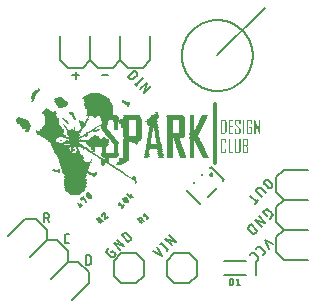
<source format=gbr>
G04 EAGLE Gerber RS-274X export*
G75*
%MOMM*%
%FSLAX34Y34*%
%LPD*%
%INSilkscreen Top*%
%IPPOS*%
%AMOC8*
5,1,8,0,0,1.08239X$1,22.5*%
G01*
G04 Define Apertures*
%ADD10R,0.600000X0.030000*%
%ADD11R,0.720000X0.030000*%
%ADD12R,0.780000X0.030000*%
%ADD13R,0.840000X0.030000*%
%ADD14R,0.900000X0.030000*%
%ADD15R,0.960000X0.030000*%
%ADD16R,1.020000X0.030000*%
%ADD17R,1.110000X0.030000*%
%ADD18R,1.170000X0.030000*%
%ADD19R,1.290000X0.030000*%
%ADD20R,1.380000X0.030000*%
%ADD21R,1.500000X0.030000*%
%ADD22R,1.590000X0.030000*%
%ADD23R,1.650000X0.030000*%
%ADD24R,1.680000X0.030000*%
%ADD25R,1.710000X0.030000*%
%ADD26R,1.740000X0.030000*%
%ADD27R,1.800000X0.030000*%
%ADD28R,1.830000X0.030000*%
%ADD29R,1.770000X0.030000*%
%ADD30R,0.030000X0.030000*%
%ADD31R,0.120000X0.030000*%
%ADD32R,0.150000X0.030000*%
%ADD33R,0.210000X0.030000*%
%ADD34R,0.180000X0.030000*%
%ADD35R,0.240000X0.030000*%
%ADD36R,0.300000X0.030000*%
%ADD37R,0.060000X0.030000*%
%ADD38R,0.270000X0.030000*%
%ADD39R,1.860000X0.030000*%
%ADD40R,0.090000X0.030000*%
%ADD41R,0.570000X0.030000*%
%ADD42R,0.450000X0.030000*%
%ADD43R,0.360000X0.030000*%
%ADD44R,0.390000X0.030000*%
%ADD45R,1.620000X0.030000*%
%ADD46R,0.420000X0.030000*%
%ADD47R,0.510000X0.030000*%
%ADD48R,1.890000X0.030000*%
%ADD49R,1.980000X0.030000*%
%ADD50R,0.690000X0.030000*%
%ADD51R,2.040000X0.030000*%
%ADD52R,2.310000X0.030000*%
%ADD53R,2.250000X0.030000*%
%ADD54R,2.220000X0.030000*%
%ADD55R,0.480000X0.030000*%
%ADD56R,2.160000X0.030000*%
%ADD57R,2.280000X0.030000*%
%ADD58R,2.340000X0.030000*%
%ADD59R,2.370000X0.030000*%
%ADD60R,2.400000X0.030000*%
%ADD61R,2.460000X0.030000*%
%ADD62R,2.490000X0.030000*%
%ADD63R,2.520000X0.030000*%
%ADD64R,2.550000X0.030000*%
%ADD65R,2.580000X0.030000*%
%ADD66R,0.330000X0.030000*%
%ADD67R,0.540000X0.030000*%
%ADD68R,2.640000X0.030000*%
%ADD69R,0.630000X0.030000*%
%ADD70R,2.190000X0.030000*%
%ADD71R,0.660000X0.030000*%
%ADD72R,2.100000X0.030000*%
%ADD73R,2.070000X0.030000*%
%ADD74R,0.750000X0.030000*%
%ADD75R,0.810000X0.030000*%
%ADD76R,2.130000X0.030000*%
%ADD77R,1.080000X0.030000*%
%ADD78R,1.200000X0.030000*%
%ADD79R,1.350000X0.030000*%
%ADD80R,1.410000X0.030000*%
%ADD81R,1.470000X0.030000*%
%ADD82R,1.920000X0.030000*%
%ADD83R,1.440000X0.030000*%
%ADD84R,1.530000X0.030000*%
%ADD85R,1.560000X0.030000*%
%ADD86R,1.320000X0.030000*%
%ADD87R,1.260000X0.030000*%
%ADD88R,0.870000X0.030000*%
%ADD89R,1.050000X0.030000*%
%ADD90R,1.140000X0.030000*%
%ADD91R,3.690000X0.030000*%
%ADD92R,1.230000X0.030000*%
%ADD93R,3.330000X0.030000*%
%ADD94R,3.300000X0.030000*%
%ADD95R,0.930000X0.030000*%
%ADD96R,0.990000X0.030000*%
%ADD97R,2.010000X0.030000*%
%ADD98R,1.950000X0.030000*%
%ADD99C,0.200000*%
%ADD100C,0.203200*%
%ADD101C,0.304800*%
%ADD102C,0.127000*%
%ADD103C,0.152400*%
%ADD104C,0.150000*%
G36*
X180663Y138750D02*
X177948Y138750D01*
X177948Y150618D01*
X180663Y150618D01*
X180895Y150609D01*
X181116Y150581D01*
X181327Y150534D01*
X181527Y150468D01*
X181717Y150383D01*
X181897Y150279D01*
X182066Y150157D01*
X182225Y150015D01*
X182369Y149859D01*
X182494Y149693D01*
X182599Y149516D01*
X182686Y149328D01*
X182753Y149130D01*
X182801Y148921D01*
X182830Y148702D01*
X182839Y148472D01*
X182839Y140896D01*
X182830Y140666D01*
X182801Y140447D01*
X182752Y140238D01*
X182685Y140040D01*
X182598Y139853D01*
X182492Y139675D01*
X182366Y139509D01*
X182221Y139353D01*
X182062Y139212D01*
X181892Y139089D01*
X181712Y138986D01*
X181523Y138901D01*
X181323Y138835D01*
X181113Y138788D01*
X180893Y138759D01*
X180663Y138750D01*
G37*
%LPC*%
G36*
X180405Y139683D02*
X180698Y139705D01*
X180961Y139771D01*
X181196Y139881D01*
X181402Y140035D01*
X181570Y140228D01*
X181690Y140453D01*
X181761Y140712D01*
X181785Y141002D01*
X181785Y148381D01*
X181762Y148659D01*
X181693Y148909D01*
X181578Y149131D01*
X181417Y149325D01*
X181220Y149483D01*
X180996Y149596D01*
X180744Y149663D01*
X180466Y149686D01*
X179002Y149686D01*
X179002Y139683D01*
X180405Y139683D01*
G37*
%LPD*%
G36*
X200486Y122250D02*
X196573Y122250D01*
X196573Y134118D01*
X200456Y134118D01*
X200633Y134104D01*
X200793Y134060D01*
X200936Y133986D01*
X201062Y133883D01*
X201165Y133757D01*
X201239Y133614D01*
X201283Y133454D01*
X201298Y133277D01*
X201298Y129750D01*
X201291Y129635D01*
X201271Y129525D01*
X201191Y129318D01*
X201059Y129130D01*
X200873Y128962D01*
X200393Y128674D01*
X200039Y128461D01*
X200476Y128179D01*
X200934Y127885D01*
X201106Y127746D01*
X201229Y127574D01*
X201303Y127367D01*
X201322Y127251D01*
X201328Y127126D01*
X201328Y123092D01*
X201313Y122915D01*
X201269Y122754D01*
X201196Y122611D01*
X201093Y122485D01*
X200967Y122382D01*
X200824Y122309D01*
X200663Y122265D01*
X200486Y122250D01*
G37*
%LPC*%
G36*
X200266Y123183D02*
X200266Y127286D01*
X199197Y127983D01*
X197627Y127983D01*
X197627Y123183D01*
X200266Y123183D01*
G37*
G36*
X199182Y128901D02*
X200236Y129614D01*
X200236Y133186D01*
X197627Y133186D01*
X197627Y128901D01*
X199182Y128901D01*
G37*
%LPD*%
G36*
X207504Y138750D02*
X206510Y138750D01*
X206510Y150618D01*
X207299Y150618D01*
X210408Y142041D01*
X210408Y150618D01*
X211402Y150618D01*
X211402Y138750D01*
X210674Y138750D01*
X207504Y147479D01*
X207504Y138750D01*
G37*
G36*
X203782Y138750D02*
X200665Y138750D01*
X200487Y138765D01*
X200327Y138809D01*
X200184Y138882D01*
X200058Y138985D01*
X199955Y139111D01*
X199882Y139254D01*
X199838Y139415D01*
X199823Y139592D01*
X199823Y149777D01*
X199838Y149954D01*
X199882Y150114D01*
X199955Y150257D01*
X200058Y150383D01*
X200184Y150486D01*
X200327Y150560D01*
X200487Y150604D01*
X200665Y150618D01*
X203782Y150618D01*
X203959Y150604D01*
X204119Y150560D01*
X204262Y150486D01*
X204388Y150383D01*
X204491Y150257D01*
X204565Y150114D01*
X204609Y149954D01*
X204623Y149777D01*
X204623Y147016D01*
X203562Y147016D01*
X203562Y149686D01*
X200877Y149686D01*
X200877Y139683D01*
X203562Y139683D01*
X203562Y143786D01*
X202295Y143786D01*
X202295Y144696D01*
X204623Y144696D01*
X204623Y139592D01*
X204609Y139415D01*
X204565Y139254D01*
X204491Y139111D01*
X204388Y138985D01*
X204262Y138882D01*
X204119Y138809D01*
X203959Y138765D01*
X203782Y138750D01*
G37*
G36*
X193833Y122250D02*
X190602Y122250D01*
X190425Y122265D01*
X190265Y122309D01*
X190122Y122382D01*
X189996Y122485D01*
X189893Y122611D01*
X189819Y122754D01*
X189775Y122915D01*
X189760Y123092D01*
X189760Y134118D01*
X190815Y134118D01*
X190815Y123183D01*
X193628Y123183D01*
X193628Y134118D01*
X194682Y134118D01*
X194682Y123092D01*
X194667Y122915D01*
X194622Y122754D01*
X194548Y122611D01*
X194443Y122485D01*
X194316Y122382D01*
X194171Y122309D01*
X194010Y122265D01*
X193833Y122250D01*
G37*
G36*
X194021Y138750D02*
X191033Y138750D01*
X190856Y138765D01*
X190695Y138809D01*
X190550Y138882D01*
X190423Y138985D01*
X190318Y139111D01*
X190243Y139254D01*
X190199Y139415D01*
X190184Y139592D01*
X190184Y142602D01*
X191238Y142602D01*
X191238Y139683D01*
X193801Y139683D01*
X193801Y142511D01*
X190525Y146470D01*
X190376Y146680D01*
X190269Y146900D01*
X190205Y147131D01*
X190184Y147373D01*
X190184Y149777D01*
X190199Y149954D01*
X190243Y150114D01*
X190318Y150257D01*
X190423Y150383D01*
X190550Y150486D01*
X190695Y150560D01*
X190856Y150604D01*
X191033Y150618D01*
X194021Y150618D01*
X194198Y150604D01*
X194358Y150560D01*
X194499Y150486D01*
X194624Y150383D01*
X194725Y150257D01*
X194797Y150114D01*
X194841Y149954D01*
X194855Y149777D01*
X194855Y147016D01*
X193801Y147016D01*
X193801Y149686D01*
X191238Y149686D01*
X191238Y147183D01*
X194529Y143224D01*
X194672Y143021D01*
X194774Y142805D01*
X194835Y142577D01*
X194855Y142337D01*
X194855Y139592D01*
X194841Y139415D01*
X194797Y139254D01*
X194725Y139111D01*
X194624Y138985D01*
X194499Y138882D01*
X194358Y138809D01*
X194198Y138765D01*
X194021Y138750D01*
G37*
G36*
X181846Y122250D02*
X178790Y122250D01*
X178612Y122265D01*
X178452Y122309D01*
X178309Y122382D01*
X178183Y122485D01*
X178080Y122611D01*
X178007Y122754D01*
X177963Y122915D01*
X177948Y123092D01*
X177948Y133277D01*
X177963Y133454D01*
X178007Y133614D01*
X178080Y133757D01*
X178183Y133883D01*
X178309Y133986D01*
X178452Y134060D01*
X178612Y134104D01*
X178790Y134118D01*
X181846Y134118D01*
X182024Y134104D01*
X182185Y134060D01*
X182331Y133986D01*
X182460Y133883D01*
X182566Y133757D01*
X182642Y133614D01*
X182688Y133454D01*
X182703Y133277D01*
X182703Y130516D01*
X181641Y130516D01*
X181641Y133186D01*
X179002Y133186D01*
X179002Y123183D01*
X181641Y123183D01*
X181641Y126102D01*
X182703Y126102D01*
X182703Y123092D01*
X182688Y122915D01*
X182642Y122754D01*
X182566Y122611D01*
X182460Y122485D01*
X182331Y122382D01*
X182185Y122309D01*
X182024Y122265D01*
X181846Y122250D01*
G37*
G36*
X188596Y138750D02*
X184698Y138750D01*
X184698Y150618D01*
X188550Y150618D01*
X188550Y149686D01*
X185752Y149686D01*
X185752Y145257D01*
X188300Y145257D01*
X188300Y144309D01*
X185752Y144309D01*
X185752Y139683D01*
X188596Y139683D01*
X188596Y138750D01*
G37*
G36*
X188334Y122250D02*
X184542Y122250D01*
X184542Y134118D01*
X185596Y134118D01*
X185596Y123183D01*
X188334Y123183D01*
X188334Y122250D01*
G37*
G36*
X197844Y138750D02*
X196790Y138750D01*
X196790Y150618D01*
X197844Y150618D01*
X197844Y138750D01*
G37*
D10*
X54650Y86500D03*
D11*
X54650Y86800D03*
D12*
X54650Y87100D03*
D13*
X54650Y87400D03*
D14*
X54650Y87700D03*
D15*
X54650Y88000D03*
D16*
X54650Y88300D03*
D17*
X54800Y88600D03*
D18*
X54800Y88900D03*
D19*
X54800Y89200D03*
D20*
X54650Y89500D03*
D21*
X54650Y89800D03*
D22*
X54800Y90100D03*
D23*
X54800Y90400D03*
X54800Y90700D03*
D24*
X54950Y91000D03*
X54950Y91300D03*
X54950Y91600D03*
X54950Y91900D03*
D25*
X54500Y92200D03*
D26*
X54350Y92500D03*
D27*
X54350Y92800D03*
X54650Y93100D03*
D28*
X55100Y93400D03*
D27*
X55550Y93700D03*
D29*
X55400Y94000D03*
X55100Y94300D03*
D26*
X54650Y94600D03*
D27*
X54350Y94900D03*
X54350Y95200D03*
X54350Y95500D03*
D28*
X54500Y95800D03*
X55100Y96100D03*
X55400Y96400D03*
D30*
X106400Y96400D03*
D28*
X55400Y96700D03*
D31*
X106550Y96700D03*
D27*
X55250Y97000D03*
D32*
X106400Y97000D03*
D27*
X54650Y97300D03*
D32*
X106100Y97300D03*
D27*
X54350Y97600D03*
D33*
X106100Y97600D03*
D28*
X54200Y97900D03*
D34*
X105950Y97900D03*
D28*
X54500Y98200D03*
D34*
X105950Y98200D03*
D28*
X54800Y98500D03*
D34*
X105650Y98500D03*
D28*
X55100Y98800D03*
D33*
X105500Y98800D03*
D28*
X55400Y99100D03*
D35*
X105350Y99100D03*
D27*
X55250Y99400D03*
D35*
X105350Y99400D03*
D27*
X54950Y99700D03*
D35*
X105050Y99700D03*
D27*
X54650Y100000D03*
D36*
X104750Y100000D03*
D29*
X54500Y100300D03*
D37*
X102950Y100300D03*
D38*
X104900Y100300D03*
D29*
X54500Y100600D03*
D30*
X102500Y100600D03*
D36*
X104750Y100600D03*
D28*
X54800Y100900D03*
D37*
X101750Y100900D03*
D36*
X104450Y100900D03*
D39*
X54950Y101200D03*
D30*
X101300Y101200D03*
D36*
X104450Y101200D03*
D39*
X54950Y101500D03*
D30*
X101000Y101500D03*
D35*
X104450Y101500D03*
D39*
X54950Y101800D03*
D37*
X100550Y101800D03*
D34*
X104750Y101800D03*
D39*
X54950Y102100D03*
D30*
X71000Y102100D03*
X100100Y102100D03*
D32*
X104900Y102100D03*
D39*
X54950Y102400D03*
D34*
X70550Y102400D03*
D37*
X99650Y102400D03*
D40*
X104900Y102400D03*
D41*
X48500Y102700D03*
D42*
X55100Y102700D03*
D41*
X61400Y102700D03*
D35*
X70250Y102700D03*
D37*
X99050Y102700D03*
D43*
X47450Y103000D03*
D16*
X54950Y103000D03*
D44*
X62300Y103000D03*
D36*
X70250Y103000D03*
D37*
X98750Y103000D03*
D33*
X46700Y103300D03*
D45*
X56150Y103300D03*
D43*
X70250Y103300D03*
D37*
X98150Y103300D03*
D40*
X46100Y103600D03*
D26*
X55550Y103600D03*
D46*
X69950Y103600D03*
D37*
X97850Y103600D03*
D39*
X54950Y103900D03*
D47*
X69800Y103900D03*
D37*
X97550Y103900D03*
D48*
X54800Y104200D03*
D10*
X69650Y104200D03*
D37*
X96950Y104200D03*
D49*
X54650Y104500D03*
D50*
X69200Y104500D03*
D37*
X96350Y104500D03*
D51*
X54650Y104800D03*
D43*
X67250Y104800D03*
D38*
X71600Y104800D03*
D40*
X95900Y104800D03*
D51*
X54650Y105100D03*
D36*
X66650Y105100D03*
D32*
X72200Y105100D03*
D40*
X95300Y105100D03*
D30*
X41600Y105400D03*
D52*
X55700Y105400D03*
D32*
X72500Y105400D03*
D40*
X95000Y105400D03*
D31*
X41150Y105700D03*
D53*
X55400Y105700D03*
D31*
X72650Y105700D03*
D37*
X94550Y105700D03*
D33*
X40700Y106000D03*
D54*
X55250Y106000D03*
D40*
X94100Y106000D03*
D37*
X37550Y106300D03*
D43*
X39950Y106300D03*
D54*
X54950Y106300D03*
D40*
X93800Y106300D03*
D55*
X39350Y106600D03*
D56*
X54650Y106600D03*
D40*
X93200Y106600D03*
D47*
X39200Y106900D03*
D54*
X54650Y106900D03*
D31*
X92750Y106900D03*
D50*
X38300Y107200D03*
D54*
X54650Y107200D03*
D40*
X92300Y107200D03*
D50*
X38300Y107500D03*
D54*
X54650Y107500D03*
D31*
X91850Y107500D03*
D33*
X36800Y107800D03*
D31*
X40850Y107800D03*
D54*
X54650Y107800D03*
D40*
X91400Y107800D03*
D53*
X54500Y108100D03*
D40*
X90800Y108100D03*
D53*
X54500Y108400D03*
D40*
X90200Y108400D03*
D57*
X54650Y108700D03*
D40*
X89900Y108700D03*
D52*
X54500Y109000D03*
D31*
X89450Y109000D03*
D52*
X54500Y109300D03*
D40*
X89000Y109300D03*
D58*
X54650Y109600D03*
D31*
X88550Y109600D03*
D58*
X54650Y109900D03*
D31*
X87950Y109900D03*
D59*
X54500Y110200D03*
D31*
X87650Y110200D03*
D60*
X54650Y110500D03*
D40*
X87200Y110500D03*
D60*
X54650Y110800D03*
D31*
X86750Y110800D03*
D60*
X54650Y111100D03*
D31*
X86450Y111100D03*
D61*
X54650Y111400D03*
D31*
X85850Y111400D03*
D61*
X54650Y111700D03*
D34*
X78050Y111700D03*
D31*
X85250Y111700D03*
D62*
X54800Y112000D03*
D33*
X78200Y112000D03*
D32*
X84800Y112000D03*
D40*
X91100Y112000D03*
D62*
X54800Y112300D03*
D38*
X78200Y112300D03*
D32*
X84200Y112300D03*
D43*
X91250Y112300D03*
D63*
X54950Y112600D03*
D38*
X78200Y112600D03*
D32*
X83900Y112600D03*
D42*
X91700Y112600D03*
D64*
X54800Y112900D03*
D36*
X78350Y112900D03*
D31*
X83450Y112900D03*
D47*
X92300Y112900D03*
D65*
X54950Y113200D03*
D66*
X78500Y113200D03*
D32*
X83000Y113200D03*
D47*
X92900Y113200D03*
D65*
X54950Y113500D03*
D44*
X78500Y113500D03*
D32*
X82700Y113500D03*
D67*
X93350Y113500D03*
D68*
X54950Y113800D03*
D46*
X78650Y113800D03*
D32*
X82100Y113800D03*
D10*
X93650Y113800D03*
D53*
X53000Y114100D03*
D32*
X67400Y114100D03*
D10*
X79550Y114100D03*
D69*
X94100Y114100D03*
D70*
X52700Y114400D03*
D31*
X67850Y114400D03*
D41*
X79400Y114400D03*
D71*
X94550Y114400D03*
D56*
X52250Y114700D03*
D37*
X68150Y114700D03*
D41*
X79400Y114700D03*
D71*
X94850Y114700D03*
D72*
X51950Y115000D03*
D37*
X68450Y115000D03*
D10*
X79550Y115000D03*
D50*
X95300Y115000D03*
D73*
X51800Y115300D03*
D30*
X68600Y115300D03*
D10*
X79550Y115300D03*
D74*
X95600Y115300D03*
D73*
X51500Y115600D03*
D30*
X68900Y115600D03*
D10*
X79550Y115600D03*
D12*
X96050Y115600D03*
D51*
X51350Y115900D03*
D30*
X68900Y115900D03*
D10*
X79550Y115900D03*
D75*
X96200Y115900D03*
D51*
X51050Y116200D03*
D69*
X79700Y116200D03*
D12*
X96350Y116200D03*
D51*
X51050Y116500D03*
D30*
X69200Y116500D03*
D10*
X79850Y116500D03*
D74*
X96200Y116500D03*
D73*
X50900Y116800D03*
D69*
X79700Y116800D03*
D74*
X96200Y116800D03*
D73*
X50900Y117100D03*
D32*
X77000Y117100D03*
D43*
X81350Y117100D03*
D74*
X96200Y117100D03*
D72*
X51050Y117400D03*
D34*
X76550Y117400D03*
D33*
X81800Y117400D03*
D30*
X92600Y117400D03*
D69*
X96500Y117400D03*
D76*
X50900Y117700D03*
D32*
X76100Y117700D03*
D46*
X97550Y117700D03*
D56*
X51050Y118000D03*
D34*
X75650Y118000D03*
D66*
X98000Y118000D03*
D54*
X51050Y118300D03*
D33*
X75200Y118300D03*
D77*
X84350Y118300D03*
D42*
X98000Y118300D03*
D46*
X114950Y118300D03*
D42*
X127400Y118300D03*
X134600Y118300D03*
X146300Y118300D03*
D46*
X153650Y118300D03*
D55*
X165050Y118300D03*
D54*
X51050Y118600D03*
D34*
X74750Y118600D03*
D78*
X84350Y118600D03*
D42*
X98000Y118600D03*
D46*
X114950Y118600D03*
D42*
X127400Y118600D03*
X134600Y118600D03*
X146000Y118600D03*
D46*
X153650Y118600D03*
D55*
X165050Y118600D03*
D70*
X50600Y118900D03*
D33*
X74000Y118900D03*
D19*
X84200Y118900D03*
D42*
X98000Y118900D03*
D46*
X114950Y118900D03*
X127250Y118900D03*
D42*
X134600Y118900D03*
X146000Y118900D03*
D46*
X153650Y118900D03*
D55*
X164750Y118900D03*
D56*
X50450Y119200D03*
D33*
X73700Y119200D03*
D79*
X84200Y119200D03*
D42*
X98000Y119200D03*
X115100Y119200D03*
D46*
X127250Y119200D03*
D42*
X134600Y119200D03*
X145700Y119200D03*
D46*
X153650Y119200D03*
D47*
X164600Y119200D03*
D76*
X50000Y119500D03*
D34*
X73250Y119500D03*
D80*
X84200Y119500D03*
D42*
X98000Y119500D03*
D46*
X115250Y119500D03*
X127250Y119500D03*
D42*
X134600Y119500D03*
X145700Y119500D03*
D46*
X153650Y119500D03*
D55*
X164450Y119500D03*
D72*
X49850Y119800D03*
D33*
X72800Y119800D03*
D80*
X84200Y119800D03*
D42*
X98000Y119800D03*
D46*
X115250Y119800D03*
D42*
X127100Y119800D03*
X134600Y119800D03*
X145700Y119800D03*
D46*
X153650Y119800D03*
D55*
X164450Y119800D03*
D72*
X49550Y120100D03*
D34*
X72350Y120100D03*
D81*
X84200Y120100D03*
D42*
X98000Y120100D03*
D46*
X115250Y120100D03*
D42*
X127100Y120100D03*
X134600Y120100D03*
X145400Y120100D03*
D46*
X153650Y120100D03*
D42*
X164300Y120100D03*
D72*
X49250Y120400D03*
D33*
X71900Y120400D03*
D81*
X84200Y120400D03*
D42*
X98000Y120400D03*
D46*
X115250Y120400D03*
D42*
X127100Y120400D03*
X134600Y120400D03*
X145400Y120400D03*
D46*
X153650Y120400D03*
D55*
X164150Y120400D03*
D82*
X48350Y120700D03*
D31*
X58850Y120700D03*
D35*
X71450Y120700D03*
D81*
X84200Y120700D03*
D42*
X98000Y120700D03*
D46*
X115250Y120700D03*
X126950Y120700D03*
D42*
X134600Y120700D03*
X145400Y120700D03*
D46*
X153650Y120700D03*
D42*
X164000Y120700D03*
D82*
X48050Y121000D03*
D37*
X58550Y121000D03*
D33*
X71000Y121000D03*
D81*
X84200Y121000D03*
D42*
X98000Y121000D03*
X115400Y121000D03*
D46*
X126950Y121000D03*
D42*
X134600Y121000D03*
D55*
X145250Y121000D03*
D46*
X153650Y121000D03*
D55*
X163850Y121000D03*
D48*
X47900Y121300D03*
D30*
X58400Y121300D03*
D35*
X70550Y121300D03*
D81*
X84200Y121300D03*
D42*
X98000Y121300D03*
D46*
X115550Y121300D03*
X126950Y121300D03*
D42*
X134600Y121300D03*
X145100Y121300D03*
D46*
X153650Y121300D03*
D42*
X163700Y121300D03*
D83*
X45350Y121600D03*
D36*
X55850Y121600D03*
D37*
X58250Y121600D03*
D33*
X70100Y121600D03*
D81*
X84200Y121600D03*
D42*
X98000Y121600D03*
D46*
X115550Y121600D03*
D42*
X126800Y121600D03*
X134600Y121600D03*
X145100Y121600D03*
D46*
X153650Y121600D03*
D55*
X163550Y121600D03*
D80*
X44900Y121900D03*
D35*
X56150Y121900D03*
D37*
X58250Y121900D03*
D33*
X69800Y121900D03*
D81*
X84200Y121900D03*
D42*
X98000Y121900D03*
D46*
X115550Y121900D03*
D42*
X126800Y121900D03*
X134600Y121900D03*
D55*
X144950Y121900D03*
D46*
X153650Y121900D03*
D42*
X163400Y121900D03*
D80*
X44900Y122200D03*
D33*
X56300Y122200D03*
D40*
X58100Y122200D03*
D33*
X69200Y122200D03*
D46*
X78950Y122200D03*
X89450Y122200D03*
D42*
X98000Y122200D03*
D46*
X115550Y122200D03*
X126650Y122200D03*
D42*
X134600Y122200D03*
X144800Y122200D03*
D46*
X153650Y122200D03*
D55*
X163250Y122200D03*
D83*
X44750Y122500D03*
D35*
X57050Y122500D03*
D33*
X68600Y122500D03*
D46*
X78950Y122500D03*
X89450Y122500D03*
D42*
X98000Y122500D03*
D46*
X115550Y122500D03*
X126650Y122500D03*
D42*
X134600Y122500D03*
D55*
X144650Y122500D03*
D46*
X153650Y122500D03*
D47*
X163100Y122500D03*
D21*
X44750Y122800D03*
D31*
X56450Y122800D03*
D40*
X57800Y122800D03*
D33*
X68000Y122800D03*
D46*
X78950Y122800D03*
X89450Y122800D03*
D42*
X98000Y122800D03*
D46*
X115850Y122800D03*
X126650Y122800D03*
D42*
X134600Y122800D03*
X144500Y122800D03*
D46*
X153650Y122800D03*
D55*
X162950Y122800D03*
D84*
X44600Y123100D03*
D37*
X56450Y123100D03*
D31*
X57650Y123100D03*
D33*
X67700Y123100D03*
D37*
X69950Y123100D03*
D46*
X78950Y123100D03*
X89450Y123100D03*
D42*
X98000Y123100D03*
D46*
X115850Y123100D03*
X126650Y123100D03*
D42*
X134600Y123100D03*
X144500Y123100D03*
D46*
X153650Y123100D03*
D47*
X162800Y123100D03*
D20*
X43850Y123400D03*
D40*
X51800Y123400D03*
D30*
X56300Y123400D03*
D40*
X57500Y123400D03*
D35*
X67250Y123400D03*
D34*
X70250Y123400D03*
D46*
X78950Y123400D03*
X89450Y123400D03*
D42*
X98000Y123400D03*
D46*
X115850Y123400D03*
D42*
X126500Y123400D03*
X134600Y123400D03*
D55*
X144350Y123400D03*
D46*
X153650Y123400D03*
D55*
X162650Y123400D03*
D20*
X43850Y123700D03*
D31*
X51950Y123700D03*
X57350Y123700D03*
D33*
X66800Y123700D03*
D34*
X70250Y123700D03*
D46*
X78950Y123700D03*
X89450Y123700D03*
D42*
X98000Y123700D03*
D46*
X115850Y123700D03*
D42*
X126500Y123700D03*
X134600Y123700D03*
X144200Y123700D03*
D46*
X153650Y123700D03*
D55*
X162650Y123700D03*
D20*
X43550Y124000D03*
D31*
X51950Y124000D03*
X57350Y124000D03*
D35*
X66350Y124000D03*
D33*
X70400Y124000D03*
D46*
X78950Y124000D03*
X89450Y124000D03*
D42*
X98000Y124000D03*
D46*
X115850Y124000D03*
X126350Y124000D03*
D42*
X134600Y124000D03*
X144200Y124000D03*
D46*
X153650Y124000D03*
D55*
X162350Y124000D03*
D80*
X43400Y124300D03*
D31*
X51950Y124300D03*
D40*
X53300Y124300D03*
D31*
X57050Y124300D03*
D33*
X65900Y124300D03*
X70400Y124300D03*
D46*
X78950Y124300D03*
X89450Y124300D03*
D42*
X98000Y124300D03*
D46*
X115850Y124300D03*
X126350Y124300D03*
D42*
X134600Y124300D03*
D55*
X144050Y124300D03*
D46*
X153650Y124300D03*
D55*
X162350Y124300D03*
D80*
X43400Y124600D03*
D38*
X52700Y124600D03*
D31*
X57050Y124600D03*
D35*
X65450Y124600D03*
D34*
X70550Y124600D03*
D46*
X78950Y124600D03*
X89450Y124600D03*
D42*
X98000Y124600D03*
D46*
X116150Y124600D03*
X126350Y124600D03*
D42*
X134600Y124600D03*
X143900Y124600D03*
D46*
X153650Y124600D03*
D55*
X162050Y124600D03*
D80*
X43100Y124900D03*
D32*
X52100Y124900D03*
D40*
X53600Y124900D03*
D32*
X56900Y124900D03*
D30*
X62300Y124900D03*
D33*
X65000Y124900D03*
X70700Y124900D03*
D46*
X78950Y124900D03*
X89450Y124900D03*
D42*
X98000Y124900D03*
D46*
X116150Y124900D03*
X126350Y124900D03*
D42*
X134600Y124900D03*
X143900Y124900D03*
D46*
X153650Y124900D03*
D55*
X162050Y124900D03*
D80*
X43100Y125200D03*
D32*
X52100Y125200D03*
D37*
X53450Y125200D03*
D31*
X56750Y125200D03*
D37*
X62150Y125200D03*
D35*
X64550Y125200D03*
D43*
X69950Y125200D03*
D46*
X78950Y125200D03*
X89450Y125200D03*
D42*
X98000Y125200D03*
D46*
X116150Y125200D03*
D42*
X126200Y125200D03*
X134600Y125200D03*
X143600Y125200D03*
D46*
X153650Y125200D03*
D55*
X161750Y125200D03*
D80*
X42800Y125500D03*
D31*
X52250Y125500D03*
D32*
X56600Y125500D03*
D44*
X63500Y125500D03*
X69800Y125500D03*
D46*
X78950Y125500D03*
X89450Y125500D03*
D42*
X98000Y125500D03*
D46*
X116150Y125500D03*
X126050Y125500D03*
D42*
X134600Y125500D03*
X143600Y125500D03*
D46*
X153650Y125500D03*
D55*
X161750Y125500D03*
D80*
X42800Y125800D03*
D32*
X52400Y125800D03*
X56600Y125800D03*
D66*
X63200Y125800D03*
D46*
X69950Y125800D03*
X78950Y125800D03*
X89450Y125800D03*
D42*
X98000Y125800D03*
D46*
X116150Y125800D03*
X126050Y125800D03*
D42*
X134600Y125800D03*
X143600Y125800D03*
D46*
X153650Y125800D03*
D55*
X161450Y125800D03*
D20*
X42350Y126100D03*
D32*
X52400Y126100D03*
X56300Y126100D03*
D35*
X63050Y126100D03*
D46*
X69950Y126100D03*
X78950Y126100D03*
X89450Y126100D03*
D42*
X98000Y126100D03*
D20*
X121250Y126100D03*
D42*
X134600Y126100D03*
X143300Y126100D03*
D46*
X153650Y126100D03*
D47*
X161300Y126100D03*
D20*
X42350Y126400D03*
D34*
X52550Y126400D03*
D32*
X56300Y126400D03*
D38*
X62600Y126400D03*
D46*
X69950Y126400D03*
X78950Y126400D03*
X89450Y126400D03*
D42*
X98000Y126400D03*
D20*
X121250Y126400D03*
D42*
X134600Y126400D03*
X143300Y126400D03*
D46*
X153650Y126400D03*
D55*
X161150Y126400D03*
D83*
X42350Y126700D03*
D32*
X52700Y126700D03*
D34*
X56150Y126700D03*
D35*
X62150Y126700D03*
D46*
X69950Y126700D03*
X78950Y126700D03*
X89450Y126700D03*
D42*
X98000Y126700D03*
D20*
X121250Y126700D03*
D42*
X134600Y126700D03*
D55*
X143150Y126700D03*
D46*
X153650Y126700D03*
D47*
X161000Y126700D03*
D81*
X42500Y127000D03*
D33*
X52400Y127000D03*
D32*
X56000Y127000D03*
D38*
X61700Y127000D03*
D66*
X69500Y127000D03*
D46*
X78950Y127000D03*
X89450Y127000D03*
D42*
X98000Y127000D03*
D79*
X121100Y127000D03*
D42*
X134600Y127000D03*
X143000Y127000D03*
D46*
X153650Y127000D03*
D55*
X160850Y127000D03*
D21*
X42650Y127300D03*
D33*
X52400Y127300D03*
D34*
X55850Y127300D03*
D35*
X61250Y127300D03*
D38*
X69200Y127300D03*
D75*
X77000Y127300D03*
D46*
X89450Y127300D03*
D42*
X98000Y127300D03*
D79*
X121100Y127300D03*
D42*
X134600Y127300D03*
X143000Y127300D03*
D46*
X153650Y127300D03*
D55*
X160850Y127300D03*
D85*
X42650Y127600D03*
D35*
X52550Y127600D03*
D34*
X55850Y127600D03*
D38*
X60800Y127600D03*
D86*
X74450Y127600D03*
D46*
X89450Y127600D03*
D42*
X98000Y127600D03*
D86*
X121250Y127600D03*
D42*
X134600Y127600D03*
D46*
X142850Y127600D03*
X153650Y127600D03*
D42*
X160700Y127600D03*
D22*
X42800Y127900D03*
D33*
X52700Y127900D03*
D32*
X55700Y127900D03*
D36*
X60350Y127900D03*
D84*
X73700Y127900D03*
D46*
X89450Y127900D03*
D42*
X98000Y127900D03*
D86*
X121250Y127900D03*
D42*
X134600Y127900D03*
D46*
X142850Y127900D03*
X153650Y127900D03*
D55*
X160550Y127900D03*
D83*
X42050Y128200D03*
D32*
X50300Y128200D03*
D46*
X54350Y128200D03*
D38*
X59900Y128200D03*
D23*
X74000Y128200D03*
D46*
X89450Y128200D03*
D42*
X98000Y128200D03*
D86*
X121250Y128200D03*
D42*
X134600Y128200D03*
X142700Y128200D03*
D46*
X153650Y128200D03*
D42*
X160400Y128200D03*
D87*
X40850Y128500D03*
D32*
X50600Y128500D03*
D47*
X54800Y128500D03*
D38*
X59600Y128500D03*
D26*
X74150Y128500D03*
D46*
X89450Y128500D03*
D42*
X98000Y128500D03*
D86*
X121250Y128500D03*
D42*
X134600Y128500D03*
D46*
X142550Y128500D03*
X153650Y128500D03*
D55*
X160250Y128500D03*
D77*
X39950Y128800D03*
D32*
X50900Y128800D03*
D75*
X56300Y128800D03*
D27*
X74150Y128800D03*
D46*
X89450Y128800D03*
D42*
X98000Y128800D03*
D19*
X121100Y128800D03*
D42*
X134600Y128800D03*
D46*
X142550Y128800D03*
X153650Y128800D03*
D42*
X160100Y128800D03*
D15*
X39350Y129100D03*
D34*
X51050Y129100D03*
D12*
X56150Y129100D03*
D28*
X74000Y129100D03*
D46*
X89450Y129100D03*
D42*
X98000Y129100D03*
D19*
X121100Y129100D03*
D42*
X134600Y129100D03*
X142400Y129100D03*
D46*
X153650Y129100D03*
D55*
X159950Y129100D03*
D88*
X38900Y129400D03*
D34*
X51350Y129400D03*
D50*
X56000Y129400D03*
D28*
X73700Y129400D03*
D46*
X89450Y129400D03*
D42*
X98000Y129400D03*
D30*
X107300Y129400D03*
D87*
X121250Y129400D03*
D42*
X134600Y129400D03*
D46*
X142250Y129400D03*
X153650Y129400D03*
D42*
X159800Y129400D03*
D89*
X39500Y129700D03*
D77*
X53450Y129700D03*
D39*
X73550Y129700D03*
D42*
X89300Y129700D03*
X98000Y129700D03*
D37*
X107150Y129700D03*
D44*
X116900Y129700D03*
D46*
X125450Y129700D03*
D42*
X134600Y129700D03*
X142100Y129700D03*
D46*
X153650Y129700D03*
D55*
X159650Y129700D03*
D11*
X37850Y130000D03*
D22*
X50600Y130000D03*
D39*
X73550Y130000D03*
D55*
X89150Y130000D03*
D42*
X98000Y130000D03*
D40*
X107000Y130000D03*
D44*
X116900Y130000D03*
D46*
X125450Y130000D03*
D42*
X134600Y130000D03*
X142100Y130000D03*
D46*
X153650Y130000D03*
D47*
X159500Y130000D03*
D71*
X37550Y130300D03*
D11*
X47450Y130300D03*
D71*
X54650Y130300D03*
D48*
X73400Y130300D03*
D47*
X89000Y130300D03*
D42*
X98000Y130300D03*
D35*
X106550Y130300D03*
D46*
X117050Y130300D03*
D44*
X125300Y130300D03*
D42*
X134600Y130300D03*
X142100Y130300D03*
D46*
X153650Y130300D03*
D55*
X159350Y130300D03*
D10*
X37250Y130600D03*
D19*
X51200Y130600D03*
D39*
X73550Y130600D03*
D55*
X88850Y130600D03*
D42*
X98000Y130600D03*
D43*
X105950Y130600D03*
D46*
X117050Y130600D03*
D44*
X125300Y130600D03*
D42*
X134600Y130600D03*
X141800Y130600D03*
D46*
X153650Y130600D03*
D47*
X159200Y130600D03*
D41*
X36800Y130900D03*
D18*
X51800Y130900D03*
D28*
X73700Y130900D03*
D47*
X88700Y130900D03*
D42*
X98000Y130900D03*
D46*
X105650Y130900D03*
D44*
X117200Y130900D03*
D46*
X125150Y130900D03*
D42*
X134600Y130900D03*
X141800Y130900D03*
D46*
X153650Y130900D03*
D55*
X159050Y130900D03*
D67*
X36350Y131200D03*
D90*
X51950Y131200D03*
D28*
X74000Y131200D03*
D47*
X88400Y131200D03*
D42*
X98000Y131200D03*
D55*
X105350Y131200D03*
D44*
X117200Y131200D03*
D46*
X125150Y131200D03*
D42*
X134600Y131200D03*
D46*
X141650Y131200D03*
X153650Y131200D03*
D55*
X159050Y131200D03*
D67*
X36050Y131500D03*
D84*
X53900Y131500D03*
D27*
X74150Y131500D03*
D67*
X88250Y131500D03*
D42*
X98000Y131500D03*
D47*
X105200Y131500D03*
D44*
X117200Y131500D03*
D46*
X125150Y131500D03*
D42*
X134600Y131500D03*
X141500Y131500D03*
D46*
X153650Y131500D03*
D55*
X158750Y131500D03*
D41*
X35600Y131800D03*
D91*
X64700Y131800D03*
D67*
X87950Y131800D03*
D92*
X101900Y131800D03*
D44*
X117200Y131800D03*
D46*
X125150Y131800D03*
D42*
X134600Y131800D03*
X141500Y131800D03*
D46*
X153650Y131800D03*
D55*
X158750Y131800D03*
D10*
X35450Y132100D03*
D35*
X47750Y132100D03*
D93*
X66500Y132100D03*
D67*
X87950Y132100D03*
D86*
X102350Y132100D03*
D44*
X117200Y132100D03*
X125000Y132100D03*
D42*
X134600Y132100D03*
D46*
X141350Y132100D03*
X153650Y132100D03*
D55*
X158450Y132100D03*
D10*
X35150Y132400D03*
D37*
X42950Y132400D03*
D32*
X47600Y132400D03*
D94*
X66650Y132400D03*
D67*
X87650Y132400D03*
D20*
X102650Y132400D03*
D44*
X117200Y132400D03*
X125000Y132400D03*
D42*
X134600Y132400D03*
X141200Y132400D03*
D95*
X156200Y132400D03*
D50*
X35000Y132700D03*
D31*
X42950Y132700D03*
D40*
X47600Y132700D03*
D86*
X56750Y132700D03*
D25*
X74600Y132700D03*
D67*
X87350Y132700D03*
D80*
X102800Y132700D03*
D43*
X117350Y132700D03*
D46*
X124850Y132700D03*
D42*
X134600Y132700D03*
X141200Y132700D03*
D14*
X156050Y132700D03*
D11*
X34850Y133000D03*
D40*
X42800Y133000D03*
D30*
X47600Y133000D03*
D75*
X53900Y133000D03*
D24*
X74750Y133000D03*
D41*
X87200Y133000D03*
D83*
X102950Y133000D03*
D44*
X117500Y133000D03*
D46*
X124850Y133000D03*
D42*
X134600Y133000D03*
X140900Y133000D03*
D14*
X156050Y133000D03*
D12*
X34550Y133300D03*
D88*
X53600Y133300D03*
D37*
X59750Y133300D03*
D45*
X74750Y133300D03*
D67*
X86750Y133300D03*
D81*
X103100Y133300D03*
D44*
X117500Y133300D03*
D46*
X124850Y133300D03*
D42*
X134600Y133300D03*
X140900Y133300D03*
D88*
X155900Y133300D03*
X34400Y133600D03*
D95*
X53300Y133600D03*
X71600Y133600D03*
D67*
X79850Y133600D03*
X86450Y133600D03*
D81*
X103100Y133600D03*
D44*
X117500Y133600D03*
X124700Y133600D03*
D42*
X134600Y133600D03*
D46*
X140750Y133600D03*
D88*
X155900Y133600D03*
D95*
X34400Y133900D03*
D77*
X53150Y133900D03*
D75*
X71300Y133900D03*
D38*
X78800Y133900D03*
D41*
X86300Y133900D03*
D21*
X103250Y133900D03*
D44*
X117500Y133900D03*
X124700Y133900D03*
D42*
X134600Y133900D03*
X140600Y133900D03*
D13*
X155750Y133900D03*
D15*
X34250Y134200D03*
D90*
X53150Y134200D03*
D75*
X71300Y134200D03*
D33*
X78800Y134200D03*
D67*
X86150Y134200D03*
D21*
X103250Y134200D03*
D44*
X117500Y134200D03*
X124700Y134200D03*
D42*
X134600Y134200D03*
X140600Y134200D03*
D13*
X155750Y134200D03*
D16*
X34250Y134500D03*
D92*
X53000Y134500D03*
D74*
X71300Y134500D03*
D34*
X78950Y134500D03*
D67*
X85850Y134500D03*
D21*
X103250Y134500D03*
D44*
X117500Y134500D03*
X124700Y134500D03*
D42*
X134600Y134500D03*
D46*
X140450Y134500D03*
D75*
X155600Y134500D03*
D90*
X34250Y134800D03*
D30*
X45500Y134800D03*
D20*
X52850Y134800D03*
D11*
X71450Y134800D03*
D31*
X78950Y134800D03*
D67*
X85550Y134800D03*
D21*
X103250Y134800D03*
D46*
X117650Y134800D03*
D44*
X124700Y134800D03*
D42*
X134600Y134800D03*
D74*
X141800Y134800D03*
D75*
X155600Y134800D03*
D78*
X34250Y135100D03*
D43*
X46850Y135100D03*
D17*
X54500Y135100D03*
D67*
X72350Y135100D03*
D37*
X78950Y135100D03*
D67*
X85250Y135100D03*
D21*
X103250Y135100D03*
D44*
X117800Y135100D03*
X124700Y135100D03*
D42*
X134600Y135100D03*
D75*
X142100Y135100D03*
D12*
X155450Y135100D03*
D86*
X34250Y135400D03*
D36*
X46250Y135400D03*
D88*
X53600Y135400D03*
D33*
X59600Y135400D03*
D47*
X72500Y135400D03*
X85100Y135400D03*
D21*
X103250Y135400D03*
D44*
X117800Y135400D03*
X124400Y135400D03*
D42*
X134600Y135400D03*
D88*
X142400Y135400D03*
D12*
X155450Y135400D03*
D83*
X34550Y135700D03*
D36*
X45650Y135700D03*
D13*
X53750Y135700D03*
D33*
X59900Y135700D03*
D42*
X72500Y135700D03*
D67*
X84950Y135700D03*
D21*
X103250Y135700D03*
D44*
X117800Y135700D03*
X124400Y135700D03*
D42*
X134600Y135700D03*
D95*
X142400Y135700D03*
D74*
X155300Y135700D03*
D85*
X34550Y136000D03*
D36*
X45050Y136000D03*
D13*
X53750Y136000D03*
D33*
X60500Y136000D03*
D40*
X63500Y136000D03*
D46*
X72650Y136000D03*
D67*
X84650Y136000D03*
D42*
X98000Y136000D03*
X108500Y136000D03*
D44*
X117800Y136000D03*
X124400Y136000D03*
D42*
X134600Y136000D03*
D95*
X142400Y136000D03*
D74*
X155300Y136000D03*
D51*
X36350Y136300D03*
D13*
X53750Y136300D03*
D33*
X61100Y136300D03*
D32*
X63500Y136300D03*
D46*
X72650Y136300D03*
D67*
X84350Y136300D03*
D42*
X98000Y136300D03*
X108500Y136300D03*
D44*
X117800Y136300D03*
X124400Y136300D03*
D42*
X134600Y136300D03*
D15*
X142550Y136300D03*
D11*
X155150Y136300D03*
D26*
X34550Y136600D03*
D36*
X45050Y136600D03*
D14*
X53750Y136600D03*
D46*
X62750Y136600D03*
D34*
X71750Y136600D03*
D67*
X84050Y136600D03*
D42*
X98000Y136600D03*
X108500Y136600D03*
D44*
X118100Y136600D03*
X124400Y136600D03*
D42*
X134600Y136600D03*
D16*
X142550Y136600D03*
D11*
X155150Y136600D03*
D28*
X34400Y136900D03*
D35*
X45350Y136900D03*
D95*
X53600Y136900D03*
D46*
X63350Y136900D03*
D31*
X71750Y136900D03*
D67*
X83750Y136900D03*
D42*
X98000Y136900D03*
X108500Y136900D03*
D44*
X118100Y136900D03*
X124400Y136900D03*
D42*
X134600Y136900D03*
D16*
X142550Y136900D03*
D11*
X155150Y136900D03*
D82*
X34250Y137200D03*
D32*
X44900Y137200D03*
D15*
X53450Y137200D03*
D43*
X63650Y137200D03*
D30*
X71600Y137200D03*
D41*
X83600Y137200D03*
D42*
X98000Y137200D03*
X108500Y137200D03*
D44*
X118100Y137200D03*
D46*
X124250Y137200D03*
D42*
X134600Y137200D03*
D89*
X142400Y137200D03*
D74*
X155300Y137200D03*
D72*
X34550Y137500D03*
D96*
X53300Y137500D03*
D36*
X63650Y137500D03*
D41*
X83300Y137500D03*
D42*
X98000Y137500D03*
X108500Y137500D03*
D44*
X118100Y137500D03*
D46*
X124250Y137500D03*
D42*
X134600Y137500D03*
D16*
X142550Y137500D03*
D74*
X155300Y137500D03*
D76*
X34100Y137800D03*
D16*
X53150Y137800D03*
D35*
X63950Y137800D03*
D41*
X83000Y137800D03*
D42*
X98000Y137800D03*
X108500Y137800D03*
D44*
X118100Y137800D03*
X124100Y137800D03*
D42*
X134600Y137800D03*
D96*
X142700Y137800D03*
D12*
X155450Y137800D03*
D76*
X33800Y138100D03*
D89*
X53300Y138100D03*
D33*
X64100Y138100D03*
D67*
X82850Y138100D03*
D42*
X98000Y138100D03*
X108500Y138100D03*
D44*
X118400Y138100D03*
X124100Y138100D03*
D42*
X134600Y138100D03*
D96*
X142700Y138100D03*
D12*
X155450Y138100D03*
D70*
X33500Y138400D03*
D77*
X53150Y138400D03*
D34*
X64550Y138400D03*
D67*
X82550Y138400D03*
D42*
X98000Y138400D03*
X108500Y138400D03*
D44*
X118400Y138400D03*
X124100Y138400D03*
D42*
X134600Y138400D03*
D15*
X142850Y138400D03*
D75*
X155600Y138400D03*
D57*
X33350Y138700D03*
D77*
X53150Y138700D03*
D34*
X64850Y138700D03*
D47*
X82400Y138700D03*
D42*
X98000Y138700D03*
X108500Y138700D03*
D44*
X118400Y138700D03*
X124100Y138700D03*
D42*
X134600Y138700D03*
X145400Y138700D03*
D75*
X155600Y138700D03*
D57*
X33350Y139000D03*
D17*
X53300Y139000D03*
D34*
X65150Y139000D03*
D67*
X82250Y139000D03*
D42*
X98000Y139000D03*
X108500Y139000D03*
D44*
X118400Y139000D03*
D46*
X123950Y139000D03*
D42*
X134600Y139000D03*
X145400Y139000D03*
D13*
X155750Y139000D03*
D52*
X33500Y139300D03*
D17*
X53300Y139300D03*
D30*
X64700Y139300D03*
D31*
X66050Y139300D03*
D67*
X81950Y139300D03*
D42*
X98000Y139300D03*
X108500Y139300D03*
D44*
X118400Y139300D03*
X123800Y139300D03*
D42*
X134600Y139300D03*
X145400Y139300D03*
D13*
X155750Y139300D03*
D57*
X33650Y139600D03*
D90*
X53450Y139600D03*
D32*
X66500Y139600D03*
D67*
X81650Y139600D03*
D42*
X98000Y139600D03*
X108500Y139600D03*
D44*
X118400Y139600D03*
X123800Y139600D03*
D42*
X134600Y139600D03*
X145400Y139600D03*
D88*
X155900Y139600D03*
D52*
X33800Y139900D03*
D90*
X53450Y139900D03*
D31*
X66950Y139900D03*
D67*
X81350Y139900D03*
D42*
X98000Y139900D03*
X108500Y139900D03*
D43*
X118550Y139900D03*
D44*
X123800Y139900D03*
D42*
X134600Y139900D03*
X145400Y139900D03*
D88*
X155900Y139900D03*
D43*
X13850Y140200D03*
D52*
X33800Y140200D03*
D50*
X51500Y140200D03*
D33*
X58400Y140200D03*
D31*
X67550Y140200D03*
D38*
X71300Y140200D03*
D67*
X81050Y140200D03*
D42*
X98000Y140200D03*
X108500Y140200D03*
D44*
X118700Y140200D03*
X123800Y140200D03*
D42*
X134600Y140200D03*
X145400Y140200D03*
D14*
X156050Y140200D03*
D44*
X14000Y140500D03*
D52*
X33800Y140500D03*
D10*
X51050Y140500D03*
D37*
X54650Y140500D03*
D31*
X59150Y140500D03*
X68150Y140500D03*
D66*
X71600Y140500D03*
D67*
X80750Y140500D03*
D42*
X98000Y140500D03*
X108500Y140500D03*
D44*
X118700Y140500D03*
X123800Y140500D03*
D42*
X134600Y140500D03*
X145400Y140500D03*
D14*
X156050Y140500D03*
D46*
X14150Y140800D03*
D37*
X22550Y140800D03*
D72*
X35150Y140800D03*
D41*
X50900Y140800D03*
D37*
X54650Y140800D03*
D31*
X59150Y140800D03*
D40*
X68600Y140800D03*
D43*
X72050Y140800D03*
D41*
X80600Y140800D03*
D42*
X98000Y140800D03*
X108500Y140800D03*
D44*
X118700Y140800D03*
D46*
X123650Y140800D03*
D42*
X134600Y140800D03*
X145400Y140800D03*
D95*
X156200Y140800D03*
D44*
X14300Y141100D03*
D73*
X35000Y141100D03*
D47*
X50600Y141100D03*
D37*
X54650Y141100D03*
D31*
X59450Y141100D03*
D40*
X69200Y141100D03*
D44*
X72200Y141100D03*
D67*
X80450Y141100D03*
D42*
X98000Y141100D03*
X108500Y141100D03*
D44*
X118700Y141100D03*
X123500Y141100D03*
D42*
X134600Y141100D03*
X145400Y141100D03*
D46*
X153650Y141100D03*
D55*
X158450Y141100D03*
D44*
X14300Y141400D03*
D97*
X35000Y141400D03*
D31*
X48350Y141400D03*
D43*
X51350Y141400D03*
D30*
X54800Y141400D03*
D32*
X59600Y141400D03*
D40*
X69500Y141400D03*
D33*
X73700Y141400D03*
D67*
X80150Y141400D03*
D42*
X98000Y141400D03*
X108500Y141400D03*
D43*
X118850Y141400D03*
D44*
X123500Y141400D03*
D42*
X134600Y141400D03*
X145400Y141400D03*
D46*
X153650Y141400D03*
D55*
X158750Y141400D03*
D46*
X14450Y141700D03*
D98*
X35000Y141700D03*
D40*
X48200Y141700D03*
D35*
X51650Y141700D03*
D30*
X54800Y141700D03*
D31*
X59750Y141700D03*
D40*
X70100Y141700D03*
D34*
X74150Y141700D03*
D67*
X79850Y141700D03*
D55*
X97850Y141700D03*
D42*
X108500Y141700D03*
D44*
X119000Y141700D03*
X123500Y141700D03*
D42*
X134600Y141700D03*
X145400Y141700D03*
D46*
X153650Y141700D03*
D55*
X158750Y141700D03*
D46*
X14450Y142000D03*
D48*
X35000Y142000D03*
D37*
X48050Y142000D03*
D30*
X54800Y142000D03*
D31*
X60050Y142000D03*
D40*
X70400Y142000D03*
D31*
X74750Y142000D03*
D47*
X79700Y142000D03*
D41*
X97400Y142000D03*
D42*
X108500Y142000D03*
D44*
X119000Y142000D03*
X123500Y142000D03*
D42*
X134600Y142000D03*
X145400Y142000D03*
D46*
X153650Y142000D03*
D55*
X159050Y142000D03*
D46*
X14450Y142300D03*
D28*
X35000Y142300D03*
D40*
X47900Y142300D03*
D30*
X54800Y142300D03*
D31*
X60050Y142300D03*
D40*
X71000Y142300D03*
X75200Y142300D03*
D47*
X79700Y142300D03*
D46*
X89450Y142300D03*
D41*
X97400Y142300D03*
D42*
X108500Y142300D03*
D44*
X119000Y142300D03*
X123500Y142300D03*
D42*
X134600Y142300D03*
X145400Y142300D03*
D46*
X153650Y142300D03*
D55*
X159050Y142300D03*
D46*
X14450Y142600D03*
D29*
X35000Y142600D03*
D37*
X47750Y142600D03*
D30*
X54800Y142600D03*
D31*
X60350Y142600D03*
D37*
X71450Y142600D03*
D47*
X79400Y142600D03*
D46*
X89450Y142600D03*
D41*
X97400Y142600D03*
D42*
X108500Y142600D03*
D44*
X119000Y142600D03*
X123200Y142600D03*
D42*
X134600Y142600D03*
X145400Y142600D03*
D46*
X153650Y142600D03*
D55*
X159350Y142600D03*
D50*
X13400Y142900D03*
D24*
X35150Y142900D03*
D37*
X47450Y142900D03*
D30*
X54800Y142900D03*
D31*
X60650Y142900D03*
D37*
X72050Y142900D03*
D55*
X79250Y142900D03*
D46*
X89450Y142900D03*
D41*
X97400Y142900D03*
D42*
X108500Y142900D03*
D44*
X119000Y142900D03*
X123200Y142900D03*
D42*
X134600Y142900D03*
X145400Y142900D03*
D46*
X153650Y142900D03*
D55*
X159350Y142900D03*
D50*
X13400Y143200D03*
D45*
X35150Y143200D03*
D37*
X47450Y143200D03*
D30*
X54800Y143200D03*
D31*
X60650Y143200D03*
D37*
X72350Y143200D03*
D42*
X79100Y143200D03*
D46*
X89450Y143200D03*
D41*
X97400Y143200D03*
D42*
X108500Y143200D03*
D43*
X119150Y143200D03*
D44*
X123200Y143200D03*
D42*
X134600Y143200D03*
X145400Y143200D03*
D46*
X153650Y143200D03*
D55*
X159650Y143200D03*
D50*
X13400Y143500D03*
D85*
X35150Y143500D03*
D37*
X47150Y143500D03*
D31*
X60950Y143500D03*
D37*
X72950Y143500D03*
D46*
X78950Y143500D03*
X89450Y143500D03*
D10*
X97250Y143500D03*
D42*
X108500Y143500D03*
D12*
X121250Y143500D03*
D42*
X134600Y143500D03*
X145400Y143500D03*
D46*
X153650Y143500D03*
D55*
X159650Y143500D03*
D74*
X13100Y143800D03*
D21*
X35150Y143800D03*
D37*
X46850Y143800D03*
D31*
X61250Y143800D03*
D37*
X73550Y143800D03*
D46*
X78950Y143800D03*
X89450Y143800D03*
D10*
X97250Y143800D03*
D42*
X108500Y143800D03*
D12*
X121250Y143800D03*
D42*
X134600Y143800D03*
X145400Y143800D03*
D46*
X153650Y143800D03*
D42*
X159800Y143800D03*
D74*
X13100Y144100D03*
D81*
X35300Y144100D03*
D30*
X46700Y144100D03*
D35*
X60650Y144100D03*
D30*
X74000Y144100D03*
D46*
X78950Y144100D03*
X89450Y144100D03*
D10*
X97250Y144100D03*
D42*
X108500Y144100D03*
D74*
X121100Y144100D03*
D42*
X134600Y144100D03*
X145400Y144100D03*
D46*
X153650Y144100D03*
D55*
X159950Y144100D03*
D12*
X12950Y144400D03*
D80*
X35300Y144400D03*
D37*
X46550Y144400D03*
D43*
X61250Y144400D03*
D30*
X74600Y144400D03*
D46*
X78950Y144400D03*
X89450Y144400D03*
D10*
X97250Y144400D03*
D42*
X108500Y144400D03*
D74*
X121100Y144400D03*
D42*
X134600Y144400D03*
X145400Y144400D03*
D46*
X153650Y144400D03*
D42*
X160100Y144400D03*
D12*
X12950Y144700D03*
D79*
X35300Y144700D03*
D30*
X46400Y144700D03*
D46*
X61550Y144700D03*
D30*
X75200Y144700D03*
D42*
X79100Y144700D03*
D46*
X89450Y144700D03*
D10*
X97250Y144700D03*
D42*
X108500Y144700D03*
D11*
X121250Y144700D03*
D42*
X134600Y144700D03*
X145400Y144700D03*
D46*
X153650Y144700D03*
D55*
X160250Y144700D03*
D12*
X12650Y145000D03*
D79*
X35300Y145000D03*
D30*
X46100Y145000D03*
D46*
X61550Y145000D03*
D30*
X75500Y145000D03*
D42*
X79100Y145000D03*
D46*
X89450Y145000D03*
D10*
X97250Y145000D03*
D42*
X108500Y145000D03*
D11*
X121250Y145000D03*
D42*
X134600Y145000D03*
X145400Y145000D03*
D46*
X153650Y145000D03*
D42*
X160400Y145000D03*
D75*
X12500Y145300D03*
D19*
X35300Y145300D03*
D30*
X46100Y145300D03*
D42*
X61400Y145300D03*
D30*
X76100Y145300D03*
D55*
X79250Y145300D03*
D46*
X89450Y145300D03*
D10*
X97250Y145300D03*
D42*
X108500Y145300D03*
D11*
X121250Y145300D03*
D42*
X134600Y145300D03*
X145400Y145300D03*
D46*
X153650Y145300D03*
D55*
X160550Y145300D03*
D75*
X12500Y145600D03*
D19*
X35300Y145600D03*
D30*
X45800Y145600D03*
D42*
X61400Y145600D03*
D30*
X76400Y145600D03*
D55*
X79250Y145600D03*
D46*
X89450Y145600D03*
D10*
X97250Y145600D03*
D42*
X108500Y145600D03*
D13*
X120650Y145600D03*
D42*
X134600Y145600D03*
X145400Y145600D03*
D46*
X153650Y145600D03*
D42*
X160700Y145600D03*
D13*
X12350Y145900D03*
D87*
X35150Y145900D03*
D42*
X61400Y145900D03*
D47*
X79400Y145900D03*
D46*
X89450Y145900D03*
D10*
X97250Y145900D03*
D42*
X108500Y145900D03*
D88*
X120200Y145900D03*
D42*
X134600Y145900D03*
X145400Y145900D03*
D46*
X153650Y145900D03*
D55*
X160850Y145900D03*
D13*
X12050Y146200D03*
D92*
X35300Y146200D03*
D30*
X45500Y146200D03*
D44*
X61100Y146200D03*
D47*
X79400Y146200D03*
D46*
X89450Y146200D03*
D71*
X96950Y146200D03*
D42*
X108500Y146200D03*
D14*
X120050Y146200D03*
D42*
X134600Y146200D03*
X145400Y146200D03*
D46*
X153650Y146200D03*
D55*
X160850Y146200D03*
D88*
X11900Y146500D03*
D78*
X35150Y146500D03*
D44*
X61100Y146500D03*
D67*
X79550Y146500D03*
D46*
X89450Y146500D03*
D11*
X96650Y146500D03*
D42*
X108500Y146500D03*
D14*
X120050Y146500D03*
D42*
X134600Y146500D03*
X145400Y146500D03*
D46*
X153650Y146500D03*
D47*
X161000Y146500D03*
D95*
X11600Y146800D03*
D78*
X35150Y146800D03*
D30*
X49700Y146800D03*
D42*
X61100Y146800D03*
D67*
X79550Y146800D03*
D46*
X89450Y146800D03*
D74*
X96500Y146800D03*
D42*
X108500Y146800D03*
D14*
X120050Y146800D03*
D42*
X134600Y146800D03*
X145400Y146800D03*
D46*
X153650Y146800D03*
D55*
X161150Y146800D03*
D15*
X11150Y147100D03*
D78*
X35150Y147100D03*
D37*
X49250Y147100D03*
D66*
X60500Y147100D03*
D40*
X62900Y147100D03*
D41*
X79700Y147100D03*
D46*
X89450Y147100D03*
D12*
X96350Y147100D03*
D42*
X108500Y147100D03*
D14*
X120050Y147100D03*
D42*
X134600Y147100D03*
X145400Y147100D03*
D46*
X153650Y147100D03*
D55*
X161150Y147100D03*
D77*
X10550Y147400D03*
D18*
X35000Y147400D03*
D37*
X48650Y147400D03*
D36*
X60350Y147400D03*
D40*
X63200Y147400D03*
D41*
X79700Y147400D03*
D46*
X89450Y147400D03*
D75*
X96200Y147400D03*
D42*
X108500Y147400D03*
D14*
X119750Y147400D03*
D42*
X134600Y147400D03*
X145400Y147400D03*
D46*
X153650Y147400D03*
D55*
X161450Y147400D03*
D77*
X10250Y147700D03*
D18*
X35000Y147700D03*
D40*
X48200Y147700D03*
D38*
X60200Y147700D03*
D40*
X63500Y147700D03*
D41*
X79700Y147700D03*
D46*
X89450Y147700D03*
D13*
X96050Y147700D03*
D42*
X108500Y147700D03*
D95*
X119600Y147700D03*
D42*
X134600Y147700D03*
X145400Y147700D03*
D46*
X153650Y147700D03*
D55*
X161750Y147700D03*
D77*
X10250Y148000D03*
D18*
X35000Y148000D03*
D40*
X47900Y148000D03*
D36*
X60050Y148000D03*
D40*
X63500Y148000D03*
D41*
X79700Y148000D03*
D46*
X89450Y148000D03*
D13*
X96050Y148000D03*
D42*
X108500Y148000D03*
D95*
X119600Y148000D03*
D42*
X134600Y148000D03*
X145400Y148000D03*
D46*
X153650Y148000D03*
D55*
X161750Y148000D03*
D77*
X10250Y148300D03*
D90*
X34850Y148300D03*
D40*
X47600Y148300D03*
D36*
X60050Y148300D03*
D40*
X63800Y148300D03*
D41*
X79700Y148300D03*
D19*
X93800Y148300D03*
D42*
X108500Y148300D03*
D15*
X119450Y148300D03*
D42*
X134600Y148300D03*
X145400Y148300D03*
D46*
X153650Y148300D03*
D47*
X161900Y148300D03*
D89*
X10100Y148600D03*
D90*
X34850Y148600D03*
D31*
X47150Y148600D03*
D35*
X60050Y148600D03*
D40*
X64100Y148600D03*
D67*
X79550Y148600D03*
D19*
X93800Y148600D03*
D42*
X108500Y148600D03*
D96*
X119300Y148600D03*
D42*
X134600Y148600D03*
X145400Y148600D03*
D46*
X153650Y148600D03*
D55*
X162050Y148600D03*
D16*
X9950Y148900D03*
D90*
X34850Y148900D03*
D32*
X47000Y148900D03*
X59600Y148900D03*
D40*
X64100Y148900D03*
D67*
X79550Y148900D03*
D19*
X93800Y148900D03*
D42*
X108500Y148900D03*
D15*
X119450Y148900D03*
D42*
X134600Y148900D03*
X145400Y148900D03*
D46*
X153650Y148900D03*
D47*
X162200Y148900D03*
D16*
X9950Y149200D03*
D90*
X34850Y149200D03*
D32*
X46700Y149200D03*
D37*
X59150Y149200D03*
D40*
X64400Y149200D03*
D67*
X79550Y149200D03*
D19*
X93800Y149200D03*
D42*
X108500Y149200D03*
D14*
X119450Y149200D03*
D42*
X134600Y149200D03*
X145400Y149200D03*
D46*
X153650Y149200D03*
D55*
X162350Y149200D03*
D96*
X9800Y149500D03*
D90*
X34850Y149500D03*
D34*
X46250Y149500D03*
D37*
X64550Y149500D03*
D47*
X79400Y149500D03*
D19*
X93800Y149500D03*
D42*
X108500Y149500D03*
D88*
X119600Y149500D03*
D42*
X134600Y149500D03*
X145400Y149500D03*
D46*
X153650Y149500D03*
D55*
X162350Y149500D03*
D95*
X9500Y149800D03*
D90*
X34850Y149800D03*
D34*
X45950Y149800D03*
D40*
X64700Y149800D03*
D42*
X79100Y149800D03*
D37*
X83750Y149800D03*
D19*
X93800Y149800D03*
D42*
X108500Y149800D03*
D13*
X119750Y149800D03*
D42*
X134600Y149800D03*
X145400Y149800D03*
D46*
X153650Y149800D03*
D55*
X162650Y149800D03*
D88*
X9200Y150100D03*
D90*
X34850Y150100D03*
D33*
X45500Y150100D03*
D37*
X64850Y150100D03*
D81*
X84200Y150100D03*
D27*
X101750Y150100D03*
D75*
X119900Y150100D03*
D84*
X140000Y150100D03*
D46*
X153650Y150100D03*
D55*
X162650Y150100D03*
D12*
X9050Y150400D03*
D90*
X34850Y150400D03*
D33*
X45200Y150400D03*
D40*
X54500Y150400D03*
D37*
X65150Y150400D03*
D81*
X84200Y150400D03*
D25*
X102200Y150400D03*
D12*
X120050Y150400D03*
D84*
X140000Y150400D03*
D46*
X153650Y150400D03*
D55*
X162950Y150400D03*
D71*
X8750Y150700D03*
D90*
X34850Y150700D03*
D33*
X44900Y150700D03*
D31*
X54350Y150700D03*
D40*
X65300Y150700D03*
D81*
X84200Y150700D03*
D23*
X102500Y150700D03*
D74*
X120200Y150700D03*
D84*
X140000Y150700D03*
D46*
X153650Y150700D03*
D55*
X162950Y150700D03*
D47*
X8300Y151000D03*
D17*
X34700Y151000D03*
D31*
X44750Y151000D03*
D32*
X54200Y151000D03*
D37*
X65450Y151000D03*
D81*
X84200Y151000D03*
D22*
X102800Y151000D03*
D50*
X120500Y151000D03*
D84*
X140000Y151000D03*
D46*
X153650Y151000D03*
D55*
X163250Y151000D03*
D44*
X8000Y151300D03*
D77*
X34550Y151300D03*
D40*
X44600Y151300D03*
D32*
X53900Y151300D03*
D37*
X65750Y151300D03*
D81*
X84200Y151300D03*
D85*
X102950Y151300D03*
D11*
X120950Y151300D03*
D84*
X140000Y151300D03*
D46*
X153650Y151300D03*
D55*
X163250Y151300D03*
D36*
X7550Y151600D03*
D89*
X34400Y151600D03*
D34*
X53750Y151600D03*
D37*
X65750Y151600D03*
D21*
X84050Y151600D03*
D84*
X103100Y151600D03*
D11*
X121250Y151600D03*
D84*
X140000Y151600D03*
D46*
X153650Y151600D03*
D55*
X163550Y151600D03*
D33*
X7400Y151900D03*
D89*
X34400Y151900D03*
D34*
X53750Y151900D03*
D37*
X66050Y151900D03*
D84*
X83900Y151900D03*
D81*
X103100Y151900D03*
D11*
X121550Y151900D03*
D21*
X139850Y151900D03*
D46*
X153650Y151900D03*
D55*
X163550Y151900D03*
D40*
X7100Y152200D03*
D16*
X34250Y152200D03*
D34*
X53450Y152200D03*
D37*
X66050Y152200D03*
D30*
X71900Y152200D03*
D21*
X83750Y152200D03*
D81*
X103100Y152200D03*
D50*
X122000Y152200D03*
D21*
X139850Y152200D03*
D46*
X153650Y152200D03*
D55*
X163850Y152200D03*
D16*
X34250Y152500D03*
D33*
X53300Y152500D03*
D37*
X66350Y152500D03*
D31*
X71750Y152500D03*
D21*
X83450Y152500D03*
D83*
X102950Y152500D03*
D50*
X122300Y152500D03*
D81*
X139700Y152500D03*
D46*
X153650Y152500D03*
D55*
X163850Y152500D03*
D16*
X33950Y152800D03*
D33*
X53300Y152800D03*
D37*
X66350Y152800D03*
D33*
X71600Y152800D03*
D84*
X83300Y152800D03*
D80*
X102800Y152800D03*
D71*
X122450Y152800D03*
D83*
X139550Y152800D03*
D46*
X153650Y152800D03*
D42*
X164000Y152800D03*
D16*
X33950Y153100D03*
D33*
X53000Y153100D03*
D37*
X66650Y153100D03*
D66*
X71600Y153100D03*
D84*
X83000Y153100D03*
D20*
X102650Y153100D03*
D71*
X122450Y153100D03*
D80*
X139400Y153100D03*
D46*
X153650Y153100D03*
D55*
X164150Y153100D03*
D16*
X33650Y153400D03*
D35*
X52850Y153400D03*
D40*
X65000Y153400D03*
D37*
X66950Y153400D03*
D47*
X71600Y153400D03*
D36*
X76550Y153400D03*
D78*
X84350Y153400D03*
D79*
X102500Y153400D03*
D69*
X122300Y153400D03*
D20*
X139250Y153400D03*
D46*
X153650Y153400D03*
D42*
X164300Y153400D03*
D16*
X33650Y153700D03*
D35*
X52850Y153700D03*
D79*
X71300Y153700D03*
D77*
X84350Y153700D03*
D19*
X102200Y153700D03*
D69*
X122300Y153700D03*
D86*
X138950Y153700D03*
D46*
X153650Y153700D03*
D42*
X164300Y153700D03*
D89*
X33500Y154000D03*
D35*
X52550Y154000D03*
D86*
X71450Y154000D03*
D69*
X83000Y154000D03*
D42*
X123200Y154000D03*
D89*
X33500Y154300D03*
D35*
X52550Y154300D03*
D79*
X71600Y154300D03*
D71*
X82850Y154300D03*
D44*
X123200Y154300D03*
D77*
X33350Y154600D03*
D35*
X52250Y154600D03*
D72*
X75650Y154600D03*
D66*
X123500Y154600D03*
D77*
X33350Y154900D03*
D38*
X52100Y154900D03*
D76*
X75800Y154900D03*
D38*
X123500Y154900D03*
D17*
X33200Y155200D03*
D35*
X51950Y155200D03*
D76*
X75800Y155200D03*
D35*
X123650Y155200D03*
D77*
X33050Y155500D03*
D38*
X51800Y155500D03*
D72*
X75950Y155500D03*
D34*
X123650Y155500D03*
D17*
X32900Y155800D03*
D66*
X51200Y155800D03*
D72*
X75950Y155800D03*
D34*
X123650Y155800D03*
D17*
X32900Y156100D03*
D36*
X51050Y156100D03*
D72*
X75950Y156100D03*
D31*
X123650Y156100D03*
D90*
X32750Y156400D03*
D32*
X50900Y156400D03*
D76*
X76100Y156400D03*
D37*
X123650Y156400D03*
D13*
X31550Y156700D03*
D31*
X37550Y156700D03*
D76*
X76100Y156700D03*
D30*
X123500Y156700D03*
D74*
X31400Y157000D03*
D40*
X37700Y157000D03*
D76*
X76100Y157000D03*
D71*
X31250Y157300D03*
D30*
X37700Y157300D03*
D56*
X75950Y157300D03*
D67*
X31250Y157600D03*
D70*
X75800Y157600D03*
D55*
X31250Y157900D03*
D70*
X75800Y157900D03*
D43*
X31250Y158200D03*
D54*
X75650Y158200D03*
D36*
X31250Y158500D03*
D53*
X75500Y158500D03*
D33*
X31100Y158800D03*
D53*
X75500Y158800D03*
D32*
X31100Y159100D03*
D57*
X75350Y159100D03*
D30*
X31100Y159400D03*
D57*
X75350Y159400D03*
D52*
X75200Y159700D03*
X75200Y160000D03*
D32*
X41900Y160300D03*
D58*
X75050Y160300D03*
D66*
X42200Y160600D03*
D58*
X75050Y160600D03*
D46*
X42650Y160900D03*
D52*
X74900Y160900D03*
D47*
X42800Y161200D03*
D52*
X74900Y161200D03*
D10*
X43250Y161500D03*
D58*
X74750Y161500D03*
D50*
X43400Y161800D03*
D58*
X74750Y161800D03*
D32*
X99500Y161800D03*
D12*
X43550Y162100D03*
D52*
X74600Y162100D03*
D33*
X99500Y162100D03*
D13*
X43550Y162400D03*
D58*
X74450Y162400D03*
D35*
X99350Y162400D03*
D14*
X43850Y162700D03*
D58*
X74450Y162700D03*
D38*
X99200Y162700D03*
D15*
X43850Y163000D03*
D52*
X74300Y163000D03*
D43*
X99050Y163000D03*
D16*
X43850Y163300D03*
D52*
X74300Y163300D03*
D44*
X98900Y163300D03*
D16*
X43850Y163600D03*
D52*
X74300Y163600D03*
D46*
X98750Y163600D03*
D89*
X43700Y163900D03*
D57*
X74150Y163900D03*
D42*
X98600Y163900D03*
D89*
X43400Y164200D03*
D57*
X74150Y164200D03*
D47*
X98600Y164200D03*
D16*
X43250Y164500D03*
D57*
X73850Y164500D03*
D41*
X98300Y164500D03*
D16*
X42950Y164800D03*
D57*
X73850Y164800D03*
D47*
X97700Y164800D03*
D16*
X42650Y165100D03*
D53*
X73700Y165100D03*
D42*
X97100Y165100D03*
D96*
X42500Y165400D03*
D54*
X73550Y165400D03*
D43*
X96050Y165400D03*
D15*
X42050Y165700D03*
D54*
X73550Y165700D03*
D36*
X95750Y165700D03*
D32*
X18500Y166000D03*
D15*
X41750Y166000D03*
D70*
X73400Y166000D03*
D33*
X95300Y166000D03*
D34*
X18650Y166300D03*
D95*
X41600Y166300D03*
D56*
X73250Y166300D03*
D31*
X94850Y166300D03*
D33*
X18800Y166600D03*
D14*
X41450Y166600D03*
D56*
X73250Y166600D03*
D33*
X18800Y166900D03*
D14*
X41150Y166900D03*
D76*
X73100Y166900D03*
D33*
X18800Y167200D03*
D13*
X40850Y167200D03*
D72*
X72950Y167200D03*
D35*
X18950Y167500D03*
D74*
X41000Y167500D03*
D72*
X72950Y167500D03*
D35*
X18950Y167800D03*
D69*
X41300Y167800D03*
D72*
X72650Y167800D03*
D35*
X18950Y168100D03*
D47*
X41600Y168100D03*
D76*
X72200Y168100D03*
D38*
X19100Y168400D03*
D44*
X41900Y168400D03*
D56*
X71750Y168400D03*
D38*
X19100Y168700D03*
D36*
X42050Y168700D03*
D72*
X71750Y168700D03*
D36*
X19250Y169000D03*
D49*
X71750Y169000D03*
D36*
X19250Y169300D03*
D48*
X71600Y169300D03*
D36*
X19250Y169600D03*
D28*
X71600Y169600D03*
D66*
X19400Y169900D03*
D26*
X71750Y169900D03*
D66*
X19400Y170200D03*
D23*
X71600Y170200D03*
D66*
X19700Y170500D03*
D85*
X71750Y170500D03*
D66*
X19700Y170800D03*
D83*
X71750Y170800D03*
D66*
X19700Y171100D03*
D86*
X71750Y171100D03*
D66*
X20000Y171400D03*
D78*
X71750Y171400D03*
D66*
X20000Y171700D03*
D77*
X71750Y171700D03*
D43*
X20150Y172000D03*
D95*
X71600Y172000D03*
D43*
X20450Y172300D03*
D74*
X71900Y172300D03*
D36*
X20750Y172600D03*
X71750Y172600D03*
D66*
X20900Y172900D03*
D43*
X21050Y173200D03*
D36*
X21350Y173500D03*
X21650Y173800D03*
X21950Y174100D03*
D66*
X22100Y174400D03*
D43*
X22550Y174700D03*
D66*
X23300Y175000D03*
X23600Y175300D03*
D35*
X23750Y175600D03*
D33*
X23900Y175900D03*
D40*
X23900Y176200D03*
D37*
X24050Y176500D03*
D99*
X145000Y205000D02*
X145009Y205736D01*
X145036Y206472D01*
X145081Y207207D01*
X145144Y207941D01*
X145226Y208672D01*
X145325Y209402D01*
X145442Y210129D01*
X145576Y210853D01*
X145729Y211573D01*
X145899Y212289D01*
X146087Y213001D01*
X146292Y213709D01*
X146514Y214410D01*
X146754Y215107D01*
X147010Y215797D01*
X147284Y216481D01*
X147574Y217157D01*
X147880Y217827D01*
X148203Y218488D01*
X148542Y219142D01*
X148897Y219787D01*
X149268Y220423D01*
X149654Y221050D01*
X150056Y221667D01*
X150472Y222274D01*
X150904Y222871D01*
X151350Y223457D01*
X151810Y224032D01*
X152284Y224595D01*
X152771Y225147D01*
X153273Y225686D01*
X153787Y226213D01*
X154314Y226727D01*
X154853Y227229D01*
X155405Y227716D01*
X155968Y228190D01*
X156543Y228650D01*
X157129Y229096D01*
X157726Y229528D01*
X158333Y229944D01*
X158950Y230346D01*
X159577Y230732D01*
X160213Y231103D01*
X160858Y231458D01*
X161512Y231797D01*
X162173Y232120D01*
X162843Y232426D01*
X163519Y232716D01*
X164203Y232990D01*
X164893Y233246D01*
X165590Y233486D01*
X166291Y233708D01*
X166999Y233913D01*
X167711Y234101D01*
X168427Y234271D01*
X169147Y234424D01*
X169871Y234558D01*
X170598Y234675D01*
X171328Y234774D01*
X172059Y234856D01*
X172793Y234919D01*
X173528Y234964D01*
X174264Y234991D01*
X175000Y235000D01*
X175736Y234991D01*
X176472Y234964D01*
X177207Y234919D01*
X177941Y234856D01*
X178672Y234774D01*
X179402Y234675D01*
X180129Y234558D01*
X180853Y234424D01*
X181573Y234271D01*
X182289Y234101D01*
X183001Y233913D01*
X183709Y233708D01*
X184410Y233486D01*
X185107Y233246D01*
X185797Y232990D01*
X186481Y232716D01*
X187157Y232426D01*
X187827Y232120D01*
X188488Y231797D01*
X189142Y231458D01*
X189787Y231103D01*
X190423Y230732D01*
X191050Y230346D01*
X191667Y229944D01*
X192274Y229528D01*
X192871Y229096D01*
X193457Y228650D01*
X194032Y228190D01*
X194595Y227716D01*
X195147Y227229D01*
X195686Y226727D01*
X196213Y226213D01*
X196727Y225686D01*
X197229Y225147D01*
X197716Y224595D01*
X198190Y224032D01*
X198650Y223457D01*
X199096Y222871D01*
X199528Y222274D01*
X199944Y221667D01*
X200346Y221050D01*
X200732Y220423D01*
X201103Y219787D01*
X201458Y219142D01*
X201797Y218488D01*
X202120Y217827D01*
X202426Y217157D01*
X202716Y216481D01*
X202990Y215797D01*
X203246Y215107D01*
X203486Y214410D01*
X203708Y213709D01*
X203913Y213001D01*
X204101Y212289D01*
X204271Y211573D01*
X204424Y210853D01*
X204558Y210129D01*
X204675Y209402D01*
X204774Y208672D01*
X204856Y207941D01*
X204919Y207207D01*
X204964Y206472D01*
X204991Y205736D01*
X205000Y205000D01*
X204991Y204264D01*
X204964Y203528D01*
X204919Y202793D01*
X204856Y202059D01*
X204774Y201328D01*
X204675Y200598D01*
X204558Y199871D01*
X204424Y199147D01*
X204271Y198427D01*
X204101Y197711D01*
X203913Y196999D01*
X203708Y196291D01*
X203486Y195590D01*
X203246Y194893D01*
X202990Y194203D01*
X202716Y193519D01*
X202426Y192843D01*
X202120Y192173D01*
X201797Y191512D01*
X201458Y190858D01*
X201103Y190213D01*
X200732Y189577D01*
X200346Y188950D01*
X199944Y188333D01*
X199528Y187726D01*
X199096Y187129D01*
X198650Y186543D01*
X198190Y185968D01*
X197716Y185405D01*
X197229Y184853D01*
X196727Y184314D01*
X196213Y183787D01*
X195686Y183273D01*
X195147Y182771D01*
X194595Y182284D01*
X194032Y181810D01*
X193457Y181350D01*
X192871Y180904D01*
X192274Y180472D01*
X191667Y180056D01*
X191050Y179654D01*
X190423Y179268D01*
X189787Y178897D01*
X189142Y178542D01*
X188488Y178203D01*
X187827Y177880D01*
X187157Y177574D01*
X186481Y177284D01*
X185797Y177010D01*
X185107Y176754D01*
X184410Y176514D01*
X183709Y176292D01*
X183001Y176087D01*
X182289Y175899D01*
X181573Y175729D01*
X180853Y175576D01*
X180129Y175442D01*
X179402Y175325D01*
X178672Y175226D01*
X177941Y175144D01*
X177207Y175081D01*
X176472Y175036D01*
X175736Y175009D01*
X175000Y175000D01*
X174264Y175009D01*
X173528Y175036D01*
X172793Y175081D01*
X172059Y175144D01*
X171328Y175226D01*
X170598Y175325D01*
X169871Y175442D01*
X169147Y175576D01*
X168427Y175729D01*
X167711Y175899D01*
X166999Y176087D01*
X166291Y176292D01*
X165590Y176514D01*
X164893Y176754D01*
X164203Y177010D01*
X163519Y177284D01*
X162843Y177574D01*
X162173Y177880D01*
X161512Y178203D01*
X160858Y178542D01*
X160213Y178897D01*
X159577Y179268D01*
X158950Y179654D01*
X158333Y180056D01*
X157726Y180472D01*
X157129Y180904D01*
X156543Y181350D01*
X155968Y181810D01*
X155405Y182284D01*
X154853Y182771D01*
X154314Y183273D01*
X153787Y183787D01*
X153273Y184314D01*
X152771Y184853D01*
X152284Y185405D01*
X151810Y185968D01*
X151350Y186543D01*
X150904Y187129D01*
X150472Y187726D01*
X150056Y188333D01*
X149654Y188950D01*
X149268Y189577D01*
X148897Y190213D01*
X148542Y190858D01*
X148203Y191512D01*
X147880Y192173D01*
X147574Y192843D01*
X147284Y193519D01*
X147010Y194203D01*
X146754Y194893D01*
X146514Y195590D01*
X146292Y196291D01*
X146087Y196999D01*
X145899Y197711D01*
X145729Y198427D01*
X145576Y199147D01*
X145442Y199871D01*
X145325Y200598D01*
X145226Y201328D01*
X145144Y202059D01*
X145081Y202793D01*
X145036Y203528D01*
X145009Y204264D01*
X145000Y205000D01*
X175000Y205000D02*
X215000Y245000D01*
D100*
X86000Y39697D02*
X85061Y38758D01*
X86000Y39697D02*
X89130Y36567D01*
X87252Y34689D01*
X87193Y34632D01*
X87131Y34579D01*
X87067Y34528D01*
X87001Y34480D01*
X86932Y34435D01*
X86862Y34394D01*
X86789Y34356D01*
X86715Y34321D01*
X86640Y34290D01*
X86563Y34262D01*
X86485Y34238D01*
X86405Y34217D01*
X86325Y34200D01*
X86245Y34187D01*
X86163Y34178D01*
X86082Y34172D01*
X86000Y34170D01*
X85918Y34172D01*
X85837Y34178D01*
X85755Y34187D01*
X85675Y34200D01*
X85595Y34217D01*
X85515Y34238D01*
X85437Y34262D01*
X85360Y34290D01*
X85285Y34321D01*
X85211Y34356D01*
X85138Y34394D01*
X85068Y34435D01*
X84999Y34480D01*
X84933Y34528D01*
X84869Y34578D01*
X84807Y34632D01*
X84748Y34689D01*
X81618Y37819D01*
X81561Y37878D01*
X81508Y37940D01*
X81457Y38004D01*
X81409Y38070D01*
X81364Y38139D01*
X81323Y38209D01*
X81285Y38282D01*
X81250Y38356D01*
X81219Y38431D01*
X81191Y38508D01*
X81167Y38586D01*
X81146Y38666D01*
X81129Y38746D01*
X81116Y38826D01*
X81107Y38908D01*
X81101Y38989D01*
X81099Y39071D01*
X81101Y39153D01*
X81107Y39234D01*
X81116Y39316D01*
X81129Y39396D01*
X81146Y39476D01*
X81167Y39556D01*
X81191Y39634D01*
X81219Y39711D01*
X81250Y39786D01*
X81285Y39860D01*
X81323Y39933D01*
X81364Y40003D01*
X81409Y40072D01*
X81457Y40138D01*
X81508Y40202D01*
X81561Y40264D01*
X81618Y40323D01*
X83496Y42201D01*
X87154Y45859D02*
X92788Y40225D01*
X95918Y43355D02*
X87154Y45859D01*
X90284Y48989D02*
X95918Y43355D01*
X99576Y47013D02*
X93942Y52647D01*
X95507Y54212D01*
X95575Y54277D01*
X95646Y54339D01*
X95719Y54398D01*
X95794Y54454D01*
X95872Y54506D01*
X95952Y54556D01*
X96034Y54601D01*
X96118Y54644D01*
X96203Y54682D01*
X96291Y54717D01*
X96379Y54749D01*
X96469Y54776D01*
X96560Y54800D01*
X96652Y54820D01*
X96744Y54836D01*
X96838Y54848D01*
X96931Y54856D01*
X97025Y54860D01*
X97119Y54860D01*
X97213Y54856D01*
X97306Y54848D01*
X97400Y54836D01*
X97492Y54820D01*
X97584Y54800D01*
X97675Y54776D01*
X97765Y54749D01*
X97853Y54717D01*
X97941Y54682D01*
X98026Y54644D01*
X98110Y54601D01*
X98192Y54556D01*
X98272Y54506D01*
X98350Y54454D01*
X98425Y54398D01*
X98498Y54339D01*
X98569Y54277D01*
X98637Y54212D01*
X101141Y51708D01*
X101204Y51642D01*
X101265Y51573D01*
X101322Y51502D01*
X101377Y51429D01*
X101429Y51353D01*
X101477Y51276D01*
X101522Y51196D01*
X101564Y51115D01*
X101603Y51032D01*
X101638Y50947D01*
X101669Y50862D01*
X101697Y50774D01*
X101721Y50686D01*
X101742Y50597D01*
X101759Y50507D01*
X101772Y50417D01*
X101781Y50326D01*
X101787Y50234D01*
X101789Y50143D01*
X101787Y50052D01*
X101781Y49960D01*
X101772Y49869D01*
X101759Y49779D01*
X101742Y49689D01*
X101721Y49600D01*
X101697Y49512D01*
X101669Y49424D01*
X101638Y49339D01*
X101603Y49254D01*
X101564Y49171D01*
X101522Y49090D01*
X101477Y49010D01*
X101429Y48933D01*
X101377Y48857D01*
X101322Y48784D01*
X101265Y48713D01*
X101204Y48644D01*
X101141Y48578D01*
X99576Y47013D01*
X120366Y39071D02*
X127878Y35315D01*
X124122Y42827D01*
X127335Y46040D02*
X132969Y40406D01*
X132343Y39780D02*
X133595Y41032D01*
X127961Y46666D02*
X126709Y45414D01*
X131073Y49778D02*
X136707Y44144D01*
X139837Y47274D02*
X131073Y49778D01*
X134203Y52909D02*
X139837Y47274D01*
X215051Y48756D02*
X222563Y45000D01*
X218807Y41244D02*
X215051Y48756D01*
X209033Y42738D02*
X207781Y41486D01*
X209033Y42738D02*
X209092Y42795D01*
X209154Y42848D01*
X209218Y42899D01*
X209284Y42947D01*
X209353Y42992D01*
X209423Y43033D01*
X209496Y43071D01*
X209570Y43106D01*
X209645Y43137D01*
X209722Y43165D01*
X209800Y43189D01*
X209880Y43210D01*
X209960Y43227D01*
X210040Y43240D01*
X210122Y43249D01*
X210203Y43255D01*
X210285Y43257D01*
X210367Y43255D01*
X210448Y43249D01*
X210530Y43240D01*
X210610Y43227D01*
X210690Y43210D01*
X210770Y43189D01*
X210848Y43165D01*
X210925Y43137D01*
X211000Y43106D01*
X211074Y43071D01*
X211147Y43033D01*
X211217Y42992D01*
X211286Y42947D01*
X211352Y42899D01*
X211416Y42848D01*
X211478Y42795D01*
X211537Y42738D01*
X214667Y39608D01*
X214724Y39549D01*
X214777Y39487D01*
X214828Y39423D01*
X214876Y39357D01*
X214921Y39288D01*
X214962Y39218D01*
X215000Y39145D01*
X215035Y39071D01*
X215066Y38996D01*
X215094Y38919D01*
X215118Y38841D01*
X215139Y38761D01*
X215156Y38681D01*
X215169Y38601D01*
X215178Y38519D01*
X215184Y38438D01*
X215186Y38356D01*
X215184Y38274D01*
X215178Y38193D01*
X215169Y38111D01*
X215156Y38031D01*
X215139Y37951D01*
X215118Y37871D01*
X215094Y37793D01*
X215066Y37716D01*
X215035Y37641D01*
X215000Y37567D01*
X214962Y37494D01*
X214921Y37424D01*
X214876Y37355D01*
X214828Y37289D01*
X214778Y37225D01*
X214724Y37163D01*
X214667Y37104D01*
X213415Y35852D01*
X203729Y37435D02*
X202477Y36183D01*
X203729Y37435D02*
X203788Y37492D01*
X203850Y37545D01*
X203914Y37596D01*
X203980Y37644D01*
X204049Y37689D01*
X204119Y37730D01*
X204192Y37768D01*
X204266Y37803D01*
X204341Y37834D01*
X204418Y37862D01*
X204496Y37886D01*
X204576Y37907D01*
X204656Y37924D01*
X204736Y37937D01*
X204818Y37946D01*
X204899Y37952D01*
X204981Y37954D01*
X205063Y37952D01*
X205144Y37946D01*
X205226Y37937D01*
X205306Y37924D01*
X205386Y37907D01*
X205466Y37886D01*
X205544Y37862D01*
X205621Y37834D01*
X205696Y37803D01*
X205770Y37768D01*
X205843Y37730D01*
X205913Y37689D01*
X205982Y37644D01*
X206048Y37596D01*
X206112Y37545D01*
X206174Y37492D01*
X206233Y37435D01*
X209363Y34304D01*
X209420Y34245D01*
X209473Y34183D01*
X209524Y34119D01*
X209572Y34053D01*
X209617Y33984D01*
X209658Y33914D01*
X209696Y33841D01*
X209731Y33767D01*
X209762Y33692D01*
X209790Y33615D01*
X209814Y33537D01*
X209835Y33457D01*
X209852Y33377D01*
X209865Y33297D01*
X209874Y33215D01*
X209880Y33134D01*
X209882Y33052D01*
X209880Y32970D01*
X209874Y32889D01*
X209865Y32807D01*
X209852Y32727D01*
X209835Y32647D01*
X209814Y32567D01*
X209790Y32489D01*
X209762Y32412D01*
X209731Y32337D01*
X209696Y32263D01*
X209658Y32190D01*
X209617Y32120D01*
X209572Y32051D01*
X209524Y31985D01*
X209474Y31921D01*
X209420Y31859D01*
X209363Y31800D01*
X208111Y30548D01*
X216929Y69374D02*
X217868Y70313D01*
X216929Y69374D02*
X213799Y72504D01*
X215677Y74382D01*
X215736Y74439D01*
X215798Y74492D01*
X215862Y74543D01*
X215928Y74591D01*
X215997Y74636D01*
X216067Y74677D01*
X216140Y74715D01*
X216214Y74750D01*
X216289Y74781D01*
X216366Y74809D01*
X216444Y74833D01*
X216524Y74854D01*
X216604Y74871D01*
X216684Y74884D01*
X216766Y74893D01*
X216847Y74899D01*
X216929Y74901D01*
X217011Y74899D01*
X217092Y74893D01*
X217174Y74884D01*
X217254Y74871D01*
X217334Y74854D01*
X217414Y74833D01*
X217492Y74809D01*
X217569Y74781D01*
X217644Y74750D01*
X217718Y74715D01*
X217791Y74677D01*
X217861Y74636D01*
X217930Y74591D01*
X217996Y74543D01*
X218060Y74492D01*
X218122Y74439D01*
X218181Y74382D01*
X221311Y71252D01*
X221368Y71193D01*
X221421Y71131D01*
X221472Y71067D01*
X221520Y71001D01*
X221565Y70932D01*
X221606Y70862D01*
X221644Y70789D01*
X221679Y70715D01*
X221710Y70640D01*
X221738Y70563D01*
X221762Y70485D01*
X221783Y70405D01*
X221800Y70325D01*
X221813Y70245D01*
X221822Y70163D01*
X221828Y70082D01*
X221830Y70000D01*
X221828Y69918D01*
X221822Y69837D01*
X221813Y69755D01*
X221800Y69675D01*
X221783Y69595D01*
X221762Y69515D01*
X221738Y69437D01*
X221710Y69360D01*
X221679Y69285D01*
X221644Y69211D01*
X221606Y69138D01*
X221565Y69068D01*
X221520Y68999D01*
X221472Y68933D01*
X221422Y68869D01*
X221368Y68807D01*
X221311Y68748D01*
X219433Y66870D01*
X215775Y63212D02*
X210141Y68846D01*
X207011Y65716D02*
X215775Y63212D01*
X212645Y60082D02*
X207011Y65716D01*
X203352Y62058D02*
X208987Y56423D01*
X207422Y54858D01*
X207421Y54859D02*
X207353Y54794D01*
X207282Y54732D01*
X207209Y54673D01*
X207134Y54617D01*
X207056Y54565D01*
X206976Y54515D01*
X206894Y54470D01*
X206810Y54427D01*
X206725Y54389D01*
X206637Y54354D01*
X206549Y54322D01*
X206459Y54295D01*
X206368Y54271D01*
X206276Y54251D01*
X206184Y54235D01*
X206090Y54223D01*
X205997Y54215D01*
X205903Y54211D01*
X205809Y54211D01*
X205715Y54215D01*
X205622Y54223D01*
X205528Y54235D01*
X205436Y54251D01*
X205344Y54271D01*
X205253Y54295D01*
X205163Y54322D01*
X205075Y54354D01*
X204987Y54389D01*
X204902Y54427D01*
X204818Y54470D01*
X204736Y54515D01*
X204656Y54565D01*
X204578Y54617D01*
X204503Y54673D01*
X204430Y54732D01*
X204359Y54794D01*
X204291Y54859D01*
X204291Y54858D02*
X201787Y57363D01*
X201724Y57429D01*
X201663Y57498D01*
X201606Y57569D01*
X201551Y57642D01*
X201499Y57718D01*
X201451Y57795D01*
X201406Y57875D01*
X201364Y57956D01*
X201325Y58039D01*
X201290Y58124D01*
X201259Y58209D01*
X201231Y58297D01*
X201207Y58385D01*
X201186Y58474D01*
X201169Y58564D01*
X201156Y58654D01*
X201147Y58745D01*
X201141Y58837D01*
X201139Y58928D01*
X201141Y59019D01*
X201147Y59111D01*
X201156Y59202D01*
X201169Y59292D01*
X201186Y59382D01*
X201207Y59471D01*
X201231Y59559D01*
X201259Y59647D01*
X201290Y59732D01*
X201325Y59817D01*
X201364Y59900D01*
X201406Y59981D01*
X201451Y60061D01*
X201499Y60138D01*
X201551Y60214D01*
X201606Y60287D01*
X201663Y60358D01*
X201724Y60427D01*
X201787Y60493D01*
X203352Y62058D01*
X220998Y96565D02*
X218494Y99069D01*
X220998Y96565D02*
X221062Y96498D01*
X221123Y96428D01*
X221182Y96356D01*
X221237Y96282D01*
X221289Y96205D01*
X221338Y96127D01*
X221383Y96046D01*
X221425Y95963D01*
X221464Y95879D01*
X221499Y95793D01*
X221530Y95706D01*
X221558Y95617D01*
X221582Y95528D01*
X221602Y95437D01*
X221619Y95346D01*
X221631Y95254D01*
X221640Y95162D01*
X221645Y95070D01*
X221646Y94977D01*
X221643Y94884D01*
X221636Y94792D01*
X221626Y94700D01*
X221611Y94608D01*
X221593Y94517D01*
X221571Y94427D01*
X221545Y94338D01*
X221515Y94250D01*
X221482Y94164D01*
X221445Y94079D01*
X221405Y93995D01*
X221361Y93914D01*
X221314Y93834D01*
X221263Y93756D01*
X221210Y93681D01*
X221153Y93607D01*
X221093Y93537D01*
X221030Y93468D01*
X220965Y93403D01*
X220896Y93340D01*
X220826Y93280D01*
X220752Y93223D01*
X220677Y93170D01*
X220599Y93119D01*
X220519Y93072D01*
X220438Y93028D01*
X220354Y92988D01*
X220269Y92951D01*
X220183Y92918D01*
X220095Y92888D01*
X220006Y92862D01*
X219916Y92840D01*
X219825Y92822D01*
X219733Y92807D01*
X219641Y92797D01*
X219549Y92790D01*
X219456Y92787D01*
X219363Y92788D01*
X219271Y92793D01*
X219179Y92802D01*
X219087Y92814D01*
X218996Y92831D01*
X218905Y92851D01*
X218816Y92875D01*
X218727Y92903D01*
X218640Y92934D01*
X218554Y92969D01*
X218470Y93008D01*
X218387Y93050D01*
X218306Y93095D01*
X218228Y93144D01*
X218151Y93196D01*
X218077Y93251D01*
X218005Y93310D01*
X217935Y93371D01*
X217868Y93435D01*
X215364Y95939D01*
X215300Y96006D01*
X215239Y96076D01*
X215180Y96148D01*
X215125Y96222D01*
X215073Y96299D01*
X215024Y96377D01*
X214979Y96458D01*
X214937Y96541D01*
X214898Y96625D01*
X214863Y96711D01*
X214832Y96798D01*
X214804Y96887D01*
X214780Y96976D01*
X214760Y97067D01*
X214743Y97158D01*
X214731Y97250D01*
X214722Y97342D01*
X214717Y97434D01*
X214716Y97527D01*
X214719Y97620D01*
X214726Y97712D01*
X214736Y97804D01*
X214751Y97896D01*
X214769Y97987D01*
X214791Y98077D01*
X214817Y98166D01*
X214847Y98254D01*
X214880Y98340D01*
X214917Y98425D01*
X214957Y98509D01*
X215001Y98590D01*
X215048Y98670D01*
X215099Y98748D01*
X215152Y98823D01*
X215209Y98897D01*
X215269Y98967D01*
X215332Y99036D01*
X215397Y99101D01*
X215466Y99164D01*
X215536Y99224D01*
X215610Y99281D01*
X215685Y99334D01*
X215763Y99385D01*
X215843Y99432D01*
X215924Y99476D01*
X216008Y99516D01*
X216093Y99553D01*
X216179Y99586D01*
X216267Y99616D01*
X216356Y99642D01*
X216446Y99664D01*
X216537Y99682D01*
X216629Y99697D01*
X216721Y99707D01*
X216813Y99714D01*
X216906Y99717D01*
X216999Y99716D01*
X217091Y99711D01*
X217183Y99702D01*
X217275Y99690D01*
X217366Y99673D01*
X217457Y99653D01*
X217546Y99629D01*
X217635Y99601D01*
X217722Y99570D01*
X217808Y99535D01*
X217892Y99496D01*
X217975Y99454D01*
X218056Y99409D01*
X218134Y99360D01*
X218211Y99308D01*
X218285Y99253D01*
X218357Y99194D01*
X218427Y99133D01*
X218494Y99069D01*
X211918Y92493D02*
X215987Y88424D01*
X211918Y92493D02*
X211851Y92557D01*
X211781Y92618D01*
X211709Y92677D01*
X211635Y92732D01*
X211558Y92784D01*
X211480Y92833D01*
X211399Y92878D01*
X211316Y92920D01*
X211232Y92959D01*
X211146Y92994D01*
X211059Y93025D01*
X210970Y93053D01*
X210881Y93077D01*
X210790Y93097D01*
X210699Y93114D01*
X210607Y93126D01*
X210515Y93135D01*
X210423Y93140D01*
X210330Y93141D01*
X210237Y93138D01*
X210145Y93131D01*
X210053Y93121D01*
X209961Y93106D01*
X209870Y93088D01*
X209780Y93066D01*
X209691Y93040D01*
X209603Y93010D01*
X209517Y92977D01*
X209432Y92940D01*
X209348Y92900D01*
X209267Y92856D01*
X209187Y92809D01*
X209109Y92758D01*
X209034Y92705D01*
X208960Y92648D01*
X208890Y92588D01*
X208821Y92525D01*
X208756Y92460D01*
X208693Y92391D01*
X208633Y92321D01*
X208576Y92247D01*
X208523Y92172D01*
X208472Y92094D01*
X208425Y92014D01*
X208381Y91933D01*
X208341Y91849D01*
X208304Y91764D01*
X208271Y91678D01*
X208241Y91590D01*
X208215Y91501D01*
X208193Y91411D01*
X208175Y91320D01*
X208160Y91228D01*
X208150Y91136D01*
X208143Y91044D01*
X208140Y90951D01*
X208141Y90858D01*
X208146Y90766D01*
X208155Y90674D01*
X208167Y90582D01*
X208184Y90491D01*
X208204Y90400D01*
X208228Y90311D01*
X208256Y90222D01*
X208287Y90135D01*
X208322Y90049D01*
X208361Y89965D01*
X208403Y89882D01*
X208448Y89801D01*
X208497Y89723D01*
X208549Y89646D01*
X208604Y89572D01*
X208663Y89500D01*
X208724Y89430D01*
X208788Y89363D01*
X212857Y85294D01*
X208270Y80707D02*
X202636Y86341D01*
X209835Y82272D02*
X206705Y79142D01*
X99366Y186929D02*
X105000Y192563D01*
X106565Y190998D01*
X106630Y190930D01*
X106692Y190859D01*
X106751Y190786D01*
X106807Y190711D01*
X106859Y190633D01*
X106909Y190553D01*
X106954Y190471D01*
X106997Y190387D01*
X107035Y190302D01*
X107070Y190214D01*
X107102Y190126D01*
X107129Y190036D01*
X107153Y189945D01*
X107173Y189853D01*
X107189Y189761D01*
X107201Y189667D01*
X107209Y189574D01*
X107213Y189480D01*
X107213Y189386D01*
X107209Y189292D01*
X107201Y189199D01*
X107189Y189105D01*
X107173Y189013D01*
X107153Y188921D01*
X107129Y188830D01*
X107102Y188740D01*
X107070Y188652D01*
X107035Y188564D01*
X106997Y188479D01*
X106954Y188395D01*
X106909Y188313D01*
X106859Y188233D01*
X106807Y188155D01*
X106751Y188080D01*
X106692Y188007D01*
X106630Y187936D01*
X106565Y187868D01*
X104061Y185364D01*
X103995Y185301D01*
X103926Y185240D01*
X103855Y185183D01*
X103782Y185128D01*
X103706Y185076D01*
X103629Y185028D01*
X103549Y184983D01*
X103468Y184941D01*
X103385Y184902D01*
X103300Y184867D01*
X103215Y184836D01*
X103127Y184808D01*
X103039Y184784D01*
X102950Y184763D01*
X102860Y184746D01*
X102770Y184733D01*
X102679Y184724D01*
X102587Y184718D01*
X102496Y184716D01*
X102405Y184718D01*
X102313Y184724D01*
X102222Y184733D01*
X102132Y184746D01*
X102042Y184763D01*
X101953Y184784D01*
X101865Y184808D01*
X101777Y184836D01*
X101692Y184867D01*
X101607Y184902D01*
X101524Y184941D01*
X101443Y184983D01*
X101363Y185028D01*
X101286Y185076D01*
X101210Y185128D01*
X101137Y185183D01*
X101066Y185240D01*
X100997Y185301D01*
X100931Y185364D01*
X99366Y186929D01*
X106234Y180061D02*
X111868Y185695D01*
X105608Y180687D02*
X106860Y179434D01*
X112494Y185069D02*
X111242Y186321D01*
X115606Y181956D02*
X109972Y176322D01*
X113102Y173192D02*
X115606Y181956D01*
X118737Y178826D02*
X113102Y173192D01*
X82656Y188115D02*
X77344Y188115D01*
X57656Y188115D02*
X52344Y188115D01*
X55000Y185459D02*
X55000Y190771D01*
X28016Y71984D02*
X28016Y64016D01*
X28016Y71984D02*
X30229Y71984D01*
X30322Y71982D01*
X30414Y71976D01*
X30506Y71967D01*
X30598Y71953D01*
X30689Y71936D01*
X30779Y71914D01*
X30869Y71890D01*
X30957Y71861D01*
X31044Y71829D01*
X31129Y71793D01*
X31213Y71753D01*
X31295Y71710D01*
X31375Y71664D01*
X31454Y71614D01*
X31530Y71561D01*
X31604Y71505D01*
X31675Y71446D01*
X31744Y71384D01*
X31810Y71319D01*
X31874Y71252D01*
X31934Y71182D01*
X31992Y71109D01*
X32046Y71034D01*
X32097Y70957D01*
X32146Y70878D01*
X32190Y70796D01*
X32231Y70713D01*
X32269Y70629D01*
X32303Y70542D01*
X32334Y70455D01*
X32360Y70366D01*
X32384Y70276D01*
X32403Y70186D01*
X32418Y70094D01*
X32430Y70002D01*
X32438Y69910D01*
X32442Y69817D01*
X32442Y69725D01*
X32438Y69632D01*
X32430Y69540D01*
X32418Y69448D01*
X32403Y69356D01*
X32384Y69266D01*
X32360Y69176D01*
X32334Y69087D01*
X32303Y69000D01*
X32269Y68913D01*
X32231Y68829D01*
X32190Y68746D01*
X32146Y68665D01*
X32097Y68585D01*
X32046Y68508D01*
X31992Y68433D01*
X31934Y68360D01*
X31874Y68290D01*
X31810Y68223D01*
X31744Y68158D01*
X31675Y68096D01*
X31604Y68037D01*
X31530Y67981D01*
X31454Y67928D01*
X31375Y67878D01*
X31295Y67832D01*
X31213Y67789D01*
X31129Y67749D01*
X31044Y67713D01*
X30957Y67681D01*
X30869Y67652D01*
X30779Y67628D01*
X30689Y67606D01*
X30598Y67589D01*
X30506Y67575D01*
X30414Y67566D01*
X30322Y67560D01*
X30229Y67558D01*
X30229Y67557D02*
X28016Y67557D01*
X30672Y67557D02*
X32443Y64016D01*
X47787Y46016D02*
X49557Y46016D01*
X47787Y46016D02*
X47705Y46018D01*
X47624Y46024D01*
X47542Y46033D01*
X47462Y46046D01*
X47382Y46063D01*
X47302Y46084D01*
X47224Y46108D01*
X47147Y46136D01*
X47072Y46167D01*
X46998Y46202D01*
X46925Y46240D01*
X46855Y46281D01*
X46786Y46326D01*
X46720Y46374D01*
X46656Y46425D01*
X46594Y46478D01*
X46535Y46535D01*
X46478Y46594D01*
X46425Y46656D01*
X46374Y46720D01*
X46326Y46786D01*
X46281Y46855D01*
X46240Y46925D01*
X46202Y46998D01*
X46167Y47072D01*
X46136Y47147D01*
X46108Y47224D01*
X46084Y47302D01*
X46063Y47382D01*
X46046Y47462D01*
X46033Y47542D01*
X46024Y47624D01*
X46018Y47705D01*
X46016Y47787D01*
X46016Y52213D01*
X46018Y52295D01*
X46024Y52376D01*
X46033Y52458D01*
X46046Y52538D01*
X46063Y52618D01*
X46084Y52698D01*
X46108Y52776D01*
X46136Y52853D01*
X46167Y52928D01*
X46202Y53002D01*
X46240Y53075D01*
X46281Y53145D01*
X46326Y53214D01*
X46374Y53280D01*
X46425Y53344D01*
X46478Y53406D01*
X46535Y53465D01*
X46594Y53522D01*
X46656Y53575D01*
X46720Y53626D01*
X46786Y53674D01*
X46855Y53719D01*
X46925Y53760D01*
X46998Y53798D01*
X47072Y53833D01*
X47147Y53864D01*
X47224Y53892D01*
X47302Y53916D01*
X47382Y53937D01*
X47462Y53954D01*
X47542Y53967D01*
X47624Y53976D01*
X47705Y53982D01*
X47787Y53984D01*
X49557Y53984D01*
X64016Y35984D02*
X64016Y28016D01*
X64016Y35984D02*
X66229Y35984D01*
X66320Y35982D01*
X66412Y35976D01*
X66503Y35967D01*
X66593Y35954D01*
X66683Y35937D01*
X66772Y35916D01*
X66860Y35892D01*
X66948Y35864D01*
X67033Y35833D01*
X67118Y35798D01*
X67201Y35759D01*
X67282Y35717D01*
X67362Y35672D01*
X67439Y35624D01*
X67515Y35572D01*
X67588Y35517D01*
X67659Y35460D01*
X67728Y35399D01*
X67794Y35336D01*
X67857Y35270D01*
X67918Y35201D01*
X67975Y35130D01*
X68030Y35057D01*
X68082Y34981D01*
X68130Y34904D01*
X68175Y34824D01*
X68217Y34743D01*
X68256Y34660D01*
X68291Y34575D01*
X68322Y34490D01*
X68350Y34402D01*
X68374Y34314D01*
X68395Y34225D01*
X68412Y34135D01*
X68425Y34045D01*
X68434Y33954D01*
X68440Y33862D01*
X68442Y33771D01*
X68443Y33771D02*
X68443Y30229D01*
X68442Y30229D02*
X68440Y30138D01*
X68434Y30046D01*
X68425Y29955D01*
X68412Y29865D01*
X68395Y29775D01*
X68374Y29686D01*
X68350Y29598D01*
X68322Y29510D01*
X68291Y29425D01*
X68256Y29340D01*
X68217Y29257D01*
X68175Y29176D01*
X68130Y29096D01*
X68082Y29019D01*
X68030Y28943D01*
X67975Y28870D01*
X67918Y28799D01*
X67857Y28730D01*
X67794Y28664D01*
X67728Y28601D01*
X67659Y28540D01*
X67588Y28483D01*
X67515Y28428D01*
X67439Y28376D01*
X67362Y28328D01*
X67282Y28283D01*
X67201Y28241D01*
X67118Y28202D01*
X67033Y28167D01*
X66948Y28136D01*
X66860Y28108D01*
X66772Y28084D01*
X66683Y28063D01*
X66593Y28046D01*
X66503Y28033D01*
X66412Y28024D01*
X66320Y28018D01*
X66229Y28016D01*
X64016Y28016D01*
D101*
X173000Y114000D02*
X173000Y164000D01*
D100*
X207700Y31250D02*
X207700Y18750D01*
X199000Y18750D02*
X181000Y18750D01*
X181000Y31250D02*
X199000Y31250D01*
D102*
X185825Y15745D02*
X185825Y10919D01*
X185825Y15745D02*
X187165Y15745D01*
X187235Y15743D01*
X187305Y15738D01*
X187375Y15728D01*
X187444Y15716D01*
X187512Y15699D01*
X187579Y15679D01*
X187646Y15656D01*
X187710Y15629D01*
X187774Y15599D01*
X187836Y15565D01*
X187895Y15529D01*
X187953Y15489D01*
X188009Y15446D01*
X188062Y15401D01*
X188113Y15352D01*
X188162Y15301D01*
X188207Y15248D01*
X188250Y15192D01*
X188290Y15134D01*
X188326Y15075D01*
X188360Y15013D01*
X188390Y14949D01*
X188417Y14885D01*
X188440Y14818D01*
X188460Y14751D01*
X188477Y14683D01*
X188489Y14614D01*
X188499Y14544D01*
X188504Y14474D01*
X188506Y14404D01*
X188506Y12260D01*
X188504Y12190D01*
X188499Y12120D01*
X188489Y12050D01*
X188477Y11981D01*
X188460Y11913D01*
X188440Y11846D01*
X188417Y11779D01*
X188390Y11715D01*
X188360Y11651D01*
X188326Y11589D01*
X188290Y11530D01*
X188250Y11472D01*
X188207Y11416D01*
X188162Y11363D01*
X188113Y11312D01*
X188062Y11263D01*
X188009Y11218D01*
X187953Y11175D01*
X187895Y11135D01*
X187835Y11099D01*
X187774Y11065D01*
X187710Y11035D01*
X187646Y11008D01*
X187579Y10985D01*
X187512Y10965D01*
X187444Y10948D01*
X187375Y10936D01*
X187305Y10926D01*
X187235Y10921D01*
X187165Y10919D01*
X185825Y10919D01*
X191494Y14673D02*
X192835Y15745D01*
X192835Y10919D01*
X194175Y10919D02*
X191494Y10919D01*
D100*
X58763Y114125D02*
X49238Y114125D01*
D102*
X54000Y128413D02*
X58763Y128413D01*
X54000Y128413D02*
X49238Y128413D01*
X54000Y128413D02*
X57175Y131588D01*
X54000Y128413D02*
X50825Y131588D01*
D103*
X149217Y90673D02*
X160673Y79217D01*
X180783Y99327D02*
X169327Y110783D01*
X174419Y92964D02*
X167036Y85581D01*
X162299Y103754D02*
X162964Y104419D01*
X156246Y97701D02*
X155581Y97036D01*
X168663Y110118D02*
X169327Y110783D01*
X149882Y91337D02*
X149217Y90673D01*
X160673Y79217D02*
X161337Y79882D01*
X180118Y98663D02*
X180783Y99327D01*
D102*
X168950Y104192D02*
X168952Y104255D01*
X168958Y104317D01*
X168968Y104379D01*
X168981Y104441D01*
X168999Y104501D01*
X169020Y104560D01*
X169045Y104618D01*
X169074Y104674D01*
X169106Y104728D01*
X169141Y104780D01*
X169179Y104829D01*
X169221Y104877D01*
X169265Y104921D01*
X169313Y104963D01*
X169362Y105001D01*
X169414Y105036D01*
X169468Y105068D01*
X169524Y105097D01*
X169582Y105122D01*
X169641Y105143D01*
X169701Y105161D01*
X169763Y105174D01*
X169825Y105184D01*
X169887Y105190D01*
X169950Y105192D01*
X170013Y105190D01*
X170075Y105184D01*
X170137Y105174D01*
X170199Y105161D01*
X170259Y105143D01*
X170318Y105122D01*
X170376Y105097D01*
X170432Y105068D01*
X170486Y105036D01*
X170538Y105001D01*
X170587Y104963D01*
X170635Y104921D01*
X170679Y104877D01*
X170721Y104829D01*
X170759Y104780D01*
X170794Y104728D01*
X170826Y104674D01*
X170855Y104618D01*
X170880Y104560D01*
X170901Y104501D01*
X170919Y104441D01*
X170932Y104379D01*
X170942Y104317D01*
X170948Y104255D01*
X170950Y104192D01*
X170948Y104129D01*
X170942Y104067D01*
X170932Y104005D01*
X170919Y103943D01*
X170901Y103883D01*
X170880Y103824D01*
X170855Y103766D01*
X170826Y103710D01*
X170794Y103656D01*
X170759Y103604D01*
X170721Y103555D01*
X170679Y103507D01*
X170635Y103463D01*
X170587Y103421D01*
X170538Y103383D01*
X170486Y103348D01*
X170432Y103316D01*
X170376Y103287D01*
X170318Y103262D01*
X170259Y103241D01*
X170199Y103223D01*
X170137Y103210D01*
X170075Y103200D01*
X170013Y103194D01*
X169950Y103192D01*
X169887Y103194D01*
X169825Y103200D01*
X169763Y103210D01*
X169701Y103223D01*
X169641Y103241D01*
X169582Y103262D01*
X169524Y103287D01*
X169468Y103316D01*
X169414Y103348D01*
X169362Y103383D01*
X169313Y103421D01*
X169265Y103463D01*
X169221Y103507D01*
X169179Y103555D01*
X169141Y103604D01*
X169106Y103656D01*
X169074Y103710D01*
X169045Y103766D01*
X169020Y103824D01*
X168999Y103883D01*
X168981Y103943D01*
X168968Y104005D01*
X168958Y104067D01*
X168952Y104129D01*
X168950Y104192D01*
D104*
X151350Y37700D02*
X157700Y31350D01*
X151350Y37700D02*
X138650Y37700D01*
X132300Y31350D01*
X132300Y18650D01*
X138650Y12300D01*
X151350Y12300D01*
X157700Y18650D01*
X157700Y31350D01*
X112700Y31350D02*
X106350Y37700D01*
X93650Y37700D01*
X87300Y31350D01*
X87300Y18650D01*
X93650Y12300D01*
X106350Y12300D01*
X112700Y18650D01*
X112700Y31350D01*
X111750Y194800D02*
X118100Y201150D01*
X111750Y194800D02*
X99050Y194800D01*
X92700Y201150D01*
X67300Y201150D02*
X60950Y194800D01*
X86350Y194800D02*
X92700Y201150D01*
X86350Y194800D02*
X73650Y194800D01*
X67300Y201150D01*
X41900Y201150D02*
X41900Y221470D01*
X41900Y201150D02*
X48250Y194800D01*
X60950Y194800D01*
X67300Y201150D02*
X67300Y221470D01*
X92700Y221470D02*
X92700Y201150D01*
X118100Y201150D02*
X118100Y221470D01*
X224800Y38250D02*
X231150Y31900D01*
X224800Y38250D02*
X224800Y50950D01*
X231150Y57300D01*
X231150Y82700D02*
X224800Y89050D01*
X224800Y63650D02*
X231150Y57300D01*
X224800Y63650D02*
X224800Y76350D01*
X231150Y82700D01*
X231150Y108100D02*
X251470Y108100D01*
X231150Y108100D02*
X224800Y101750D01*
X224800Y89050D01*
X231150Y82700D02*
X251470Y82700D01*
X251470Y57300D02*
X231150Y57300D01*
X231150Y31900D02*
X251470Y31900D01*
D102*
X111384Y62885D02*
X107972Y66298D01*
X108920Y67246D01*
X108972Y67295D01*
X109026Y67342D01*
X109083Y67385D01*
X109142Y67425D01*
X109203Y67462D01*
X109266Y67496D01*
X109330Y67526D01*
X109396Y67553D01*
X109464Y67577D01*
X109532Y67596D01*
X109602Y67612D01*
X109672Y67625D01*
X109743Y67633D01*
X109814Y67638D01*
X109886Y67639D01*
X109957Y67636D01*
X110028Y67629D01*
X110099Y67619D01*
X110169Y67605D01*
X110238Y67587D01*
X110306Y67565D01*
X110373Y67540D01*
X110438Y67512D01*
X110502Y67480D01*
X110564Y67444D01*
X110624Y67406D01*
X110682Y67364D01*
X110738Y67319D01*
X110791Y67271D01*
X110841Y67221D01*
X110889Y67168D01*
X110934Y67112D01*
X110976Y67054D01*
X111014Y66994D01*
X111050Y66932D01*
X111082Y66868D01*
X111110Y66803D01*
X111135Y66736D01*
X111157Y66668D01*
X111175Y66599D01*
X111189Y66529D01*
X111199Y66458D01*
X111206Y66387D01*
X111209Y66316D01*
X111208Y66244D01*
X111203Y66173D01*
X111195Y66102D01*
X111182Y66032D01*
X111166Y65962D01*
X111147Y65894D01*
X111123Y65826D01*
X111096Y65760D01*
X111066Y65696D01*
X111032Y65633D01*
X110995Y65572D01*
X110955Y65513D01*
X110912Y65456D01*
X110865Y65402D01*
X110816Y65350D01*
X109868Y64402D01*
X111005Y65539D02*
X113280Y64781D01*
X112565Y69374D02*
X112754Y71080D01*
X116167Y67667D01*
X115219Y66720D02*
X117115Y68615D01*
X91799Y78782D02*
X91989Y80488D01*
X95401Y77076D01*
X94453Y76128D02*
X96349Y78024D01*
X96627Y81714D02*
X96543Y81800D01*
X96462Y81889D01*
X96384Y81980D01*
X96308Y82074D01*
X96235Y82169D01*
X96166Y82267D01*
X96099Y82367D01*
X96035Y82469D01*
X95974Y82573D01*
X95917Y82679D01*
X95863Y82786D01*
X95812Y82895D01*
X95764Y83006D01*
X95720Y83117D01*
X95679Y83230D01*
X95654Y83286D01*
X95632Y83344D01*
X95614Y83402D01*
X95599Y83462D01*
X95588Y83523D01*
X95581Y83584D01*
X95578Y83645D01*
X95579Y83707D01*
X95583Y83768D01*
X95591Y83829D01*
X95603Y83889D01*
X95619Y83949D01*
X95639Y84007D01*
X95662Y84064D01*
X95688Y84120D01*
X95718Y84174D01*
X95751Y84226D01*
X95787Y84275D01*
X95826Y84323D01*
X95869Y84367D01*
X95913Y84410D01*
X95961Y84449D01*
X96010Y84485D01*
X96062Y84518D01*
X96116Y84548D01*
X96172Y84574D01*
X96229Y84597D01*
X96287Y84617D01*
X96347Y84633D01*
X96407Y84645D01*
X96468Y84653D01*
X96529Y84657D01*
X96591Y84658D01*
X96652Y84655D01*
X96713Y84648D01*
X96774Y84637D01*
X96834Y84622D01*
X96892Y84604D01*
X96950Y84582D01*
X97006Y84557D01*
X97005Y84557D02*
X97119Y84516D01*
X97230Y84472D01*
X97341Y84424D01*
X97450Y84373D01*
X97557Y84319D01*
X97663Y84262D01*
X97767Y84201D01*
X97869Y84137D01*
X97969Y84070D01*
X98067Y84001D01*
X98162Y83928D01*
X98256Y83852D01*
X98347Y83774D01*
X98436Y83693D01*
X98522Y83609D01*
X96627Y81714D02*
X96713Y81630D01*
X96802Y81549D01*
X96893Y81471D01*
X96987Y81395D01*
X97082Y81322D01*
X97180Y81253D01*
X97280Y81186D01*
X97382Y81122D01*
X97486Y81061D01*
X97592Y81004D01*
X97699Y80950D01*
X97808Y80899D01*
X97919Y80851D01*
X98030Y80807D01*
X98143Y80766D01*
X98199Y80741D01*
X98257Y80719D01*
X98315Y80701D01*
X98375Y80686D01*
X98436Y80675D01*
X98497Y80668D01*
X98558Y80665D01*
X98620Y80666D01*
X98681Y80670D01*
X98742Y80679D01*
X98802Y80690D01*
X98862Y80706D01*
X98920Y80726D01*
X98977Y80749D01*
X99033Y80775D01*
X99087Y80805D01*
X99139Y80838D01*
X99188Y80874D01*
X99236Y80913D01*
X99280Y80956D01*
X99470Y82093D02*
X99429Y82206D01*
X99385Y82317D01*
X99337Y82428D01*
X99286Y82537D01*
X99232Y82644D01*
X99175Y82750D01*
X99114Y82854D01*
X99050Y82956D01*
X98983Y83056D01*
X98914Y83154D01*
X98841Y83249D01*
X98765Y83343D01*
X98687Y83434D01*
X98606Y83523D01*
X98522Y83609D01*
X99470Y82093D02*
X99495Y82037D01*
X99517Y81979D01*
X99535Y81921D01*
X99550Y81861D01*
X99561Y81800D01*
X99568Y81739D01*
X99571Y81678D01*
X99570Y81616D01*
X99566Y81555D01*
X99557Y81494D01*
X99546Y81434D01*
X99530Y81374D01*
X99510Y81316D01*
X99487Y81259D01*
X99461Y81203D01*
X99431Y81149D01*
X99398Y81097D01*
X99362Y81048D01*
X99323Y81000D01*
X99280Y80956D01*
X97764Y80955D02*
X97385Y84368D01*
X98943Y87442D02*
X102355Y84030D01*
X101218Y85167D02*
X101597Y87821D01*
X101407Y86305D02*
X103872Y85546D01*
X76384Y62885D02*
X72972Y66298D01*
X73920Y67246D01*
X73972Y67295D01*
X74026Y67342D01*
X74083Y67385D01*
X74142Y67425D01*
X74203Y67462D01*
X74266Y67496D01*
X74330Y67526D01*
X74396Y67553D01*
X74464Y67577D01*
X74532Y67596D01*
X74602Y67612D01*
X74672Y67625D01*
X74743Y67633D01*
X74814Y67638D01*
X74886Y67639D01*
X74957Y67636D01*
X75028Y67629D01*
X75099Y67619D01*
X75169Y67605D01*
X75238Y67587D01*
X75306Y67565D01*
X75373Y67540D01*
X75438Y67512D01*
X75502Y67480D01*
X75564Y67444D01*
X75624Y67406D01*
X75682Y67364D01*
X75738Y67319D01*
X75791Y67271D01*
X75841Y67221D01*
X75889Y67168D01*
X75934Y67112D01*
X75976Y67054D01*
X76014Y66994D01*
X76050Y66932D01*
X76082Y66868D01*
X76110Y66803D01*
X76135Y66736D01*
X76157Y66668D01*
X76175Y66599D01*
X76189Y66529D01*
X76199Y66458D01*
X76206Y66387D01*
X76209Y66316D01*
X76208Y66244D01*
X76203Y66173D01*
X76195Y66102D01*
X76182Y66032D01*
X76166Y65962D01*
X76147Y65894D01*
X76123Y65826D01*
X76096Y65760D01*
X76066Y65696D01*
X76032Y65633D01*
X75995Y65572D01*
X75955Y65513D01*
X75912Y65456D01*
X75865Y65402D01*
X75816Y65350D01*
X74868Y64402D01*
X76005Y65539D02*
X78280Y64781D01*
X77849Y71176D02*
X77898Y71222D01*
X77949Y71266D01*
X78004Y71306D01*
X78060Y71344D01*
X78118Y71378D01*
X78178Y71409D01*
X78240Y71437D01*
X78303Y71461D01*
X78368Y71482D01*
X78433Y71499D01*
X78500Y71512D01*
X78567Y71521D01*
X78634Y71527D01*
X78702Y71529D01*
X78770Y71527D01*
X78837Y71521D01*
X78904Y71512D01*
X78971Y71499D01*
X79036Y71482D01*
X79101Y71461D01*
X79164Y71437D01*
X79226Y71409D01*
X79286Y71378D01*
X79344Y71344D01*
X79400Y71306D01*
X79455Y71266D01*
X79506Y71222D01*
X79555Y71175D01*
X77849Y71175D02*
X77795Y71119D01*
X77744Y71059D01*
X77697Y70998D01*
X77652Y70934D01*
X77611Y70868D01*
X77573Y70800D01*
X77538Y70730D01*
X77507Y70658D01*
X77480Y70585D01*
X77456Y70511D01*
X77437Y70435D01*
X77421Y70359D01*
X77408Y70282D01*
X77400Y70205D01*
X77396Y70127D01*
X77395Y70049D01*
X77399Y69971D01*
X77406Y69893D01*
X77417Y69816D01*
X77433Y69740D01*
X77452Y69664D01*
X77474Y69589D01*
X77501Y69516D01*
X77531Y69444D01*
X77565Y69374D01*
X79935Y70227D02*
X79934Y70297D01*
X79930Y70366D01*
X79923Y70436D01*
X79911Y70505D01*
X79896Y70573D01*
X79877Y70640D01*
X79855Y70707D01*
X79829Y70772D01*
X79799Y70835D01*
X79767Y70897D01*
X79730Y70957D01*
X79691Y71015D01*
X79649Y71070D01*
X79604Y71124D01*
X79555Y71174D01*
X79934Y70227D02*
X80219Y66720D01*
X82115Y68615D01*
X58577Y76768D02*
X56681Y80181D01*
X58577Y76768D02*
X60473Y78664D01*
X59146Y78853D02*
X60663Y77337D01*
X60182Y82922D02*
X59802Y83302D01*
X61698Y85197D01*
X64163Y80837D01*
X65388Y85475D02*
X65304Y85561D01*
X65223Y85650D01*
X65145Y85741D01*
X65069Y85835D01*
X64996Y85930D01*
X64927Y86028D01*
X64860Y86128D01*
X64796Y86230D01*
X64735Y86334D01*
X64678Y86440D01*
X64624Y86547D01*
X64573Y86656D01*
X64525Y86767D01*
X64481Y86878D01*
X64440Y86991D01*
X64440Y86992D02*
X64415Y87048D01*
X64393Y87106D01*
X64375Y87164D01*
X64360Y87224D01*
X64349Y87285D01*
X64342Y87346D01*
X64339Y87407D01*
X64340Y87469D01*
X64344Y87530D01*
X64352Y87591D01*
X64364Y87651D01*
X64380Y87711D01*
X64400Y87769D01*
X64423Y87826D01*
X64449Y87882D01*
X64479Y87936D01*
X64512Y87988D01*
X64548Y88037D01*
X64587Y88085D01*
X64630Y88129D01*
X64630Y88128D02*
X64674Y88171D01*
X64722Y88210D01*
X64771Y88246D01*
X64823Y88279D01*
X64877Y88309D01*
X64933Y88335D01*
X64990Y88358D01*
X65048Y88378D01*
X65108Y88394D01*
X65168Y88406D01*
X65229Y88414D01*
X65290Y88418D01*
X65352Y88419D01*
X65413Y88416D01*
X65474Y88409D01*
X65535Y88398D01*
X65595Y88383D01*
X65653Y88365D01*
X65711Y88343D01*
X65767Y88318D01*
X65767Y88319D02*
X65881Y88278D01*
X65992Y88234D01*
X66103Y88186D01*
X66212Y88135D01*
X66319Y88081D01*
X66425Y88024D01*
X66529Y87963D01*
X66631Y87899D01*
X66731Y87832D01*
X66829Y87763D01*
X66924Y87690D01*
X67018Y87614D01*
X67109Y87536D01*
X67198Y87455D01*
X67284Y87371D01*
X65388Y85475D02*
X65474Y85391D01*
X65563Y85310D01*
X65654Y85232D01*
X65748Y85156D01*
X65843Y85083D01*
X65941Y85014D01*
X66041Y84947D01*
X66143Y84883D01*
X66247Y84822D01*
X66353Y84765D01*
X66460Y84711D01*
X66569Y84660D01*
X66680Y84612D01*
X66791Y84568D01*
X66904Y84527D01*
X66905Y84527D02*
X66961Y84502D01*
X67019Y84480D01*
X67077Y84462D01*
X67137Y84447D01*
X67198Y84436D01*
X67259Y84429D01*
X67320Y84426D01*
X67382Y84427D01*
X67443Y84431D01*
X67504Y84440D01*
X67564Y84451D01*
X67624Y84467D01*
X67682Y84487D01*
X67739Y84510D01*
X67795Y84536D01*
X67849Y84566D01*
X67901Y84599D01*
X67950Y84635D01*
X67998Y84674D01*
X68042Y84717D01*
X68232Y85854D02*
X68191Y85967D01*
X68147Y86078D01*
X68099Y86189D01*
X68048Y86298D01*
X67994Y86405D01*
X67937Y86511D01*
X67876Y86615D01*
X67812Y86717D01*
X67745Y86817D01*
X67676Y86915D01*
X67603Y87010D01*
X67527Y87104D01*
X67449Y87195D01*
X67368Y87284D01*
X67284Y87370D01*
X68232Y85854D02*
X68257Y85798D01*
X68279Y85740D01*
X68297Y85682D01*
X68312Y85622D01*
X68323Y85561D01*
X68330Y85500D01*
X68333Y85439D01*
X68332Y85377D01*
X68328Y85316D01*
X68319Y85255D01*
X68308Y85195D01*
X68292Y85135D01*
X68272Y85077D01*
X68249Y85020D01*
X68223Y84964D01*
X68193Y84910D01*
X68160Y84858D01*
X68124Y84809D01*
X68085Y84761D01*
X68042Y84717D01*
X66526Y84716D02*
X66146Y88129D01*
D104*
X21530Y66431D02*
X12549Y66431D01*
X21530Y66431D02*
X30510Y57451D01*
X30510Y48470D01*
X48470Y30510D02*
X57451Y30510D01*
X39490Y48470D02*
X30510Y48470D01*
X39490Y48470D02*
X48470Y39490D01*
X48470Y30510D01*
X66431Y12549D02*
X52062Y-1819D01*
X66431Y12549D02*
X66431Y21530D01*
X57451Y30510D01*
X48470Y30510D02*
X34102Y16141D01*
X16141Y34102D02*
X30510Y48470D01*
X12549Y66431D02*
X-1819Y52062D01*
M02*

</source>
